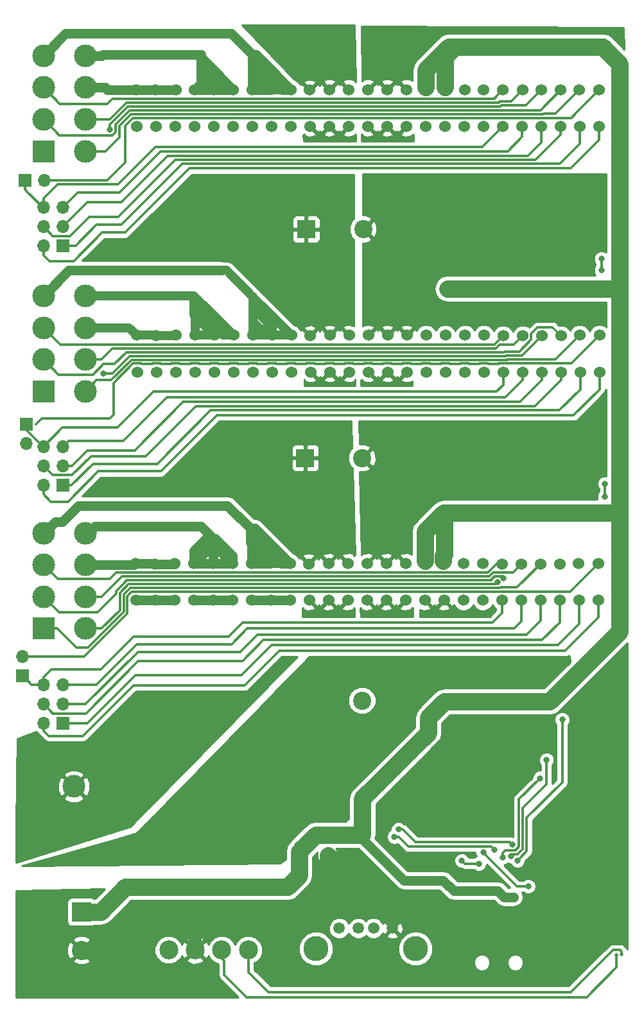
<source format=gbr>
G04 #@! TF.FileFunction,Copper,L2,Bot,Signal*
%FSLAX46Y46*%
G04 Gerber Fmt 4.6, Leading zero omitted, Abs format (unit mm)*
G04 Created by KiCad (PCBNEW 4.0.4-stable) date 05/10/17 13:02:38*
%MOMM*%
%LPD*%
G01*
G04 APERTURE LIST*
%ADD10C,0.100000*%
%ADD11C,1.524000*%
%ADD12R,2.400000X2.400000*%
%ADD13C,2.400000*%
%ADD14C,2.500000*%
%ADD15R,2.540000X2.540000*%
%ADD16C,2.540000*%
%ADD17C,1.508000*%
%ADD18C,3.302000*%
%ADD19R,1.600000X1.600000*%
%ADD20C,1.600000*%
%ADD21R,1.700000X1.700000*%
%ADD22O,1.700000X1.700000*%
%ADD23C,3.000000*%
%ADD24R,3.000000X3.000000*%
%ADD25C,0.800000*%
%ADD26C,0.508000*%
%ADD27C,0.304800*%
%ADD28C,2.300000*%
%ADD29C,1.710000*%
%ADD30C,1.270000*%
%ADD31C,0.635000*%
%ADD32C,0.406400*%
%ADD33C,7.000000*%
%ADD34C,0.305000*%
%ADD35C,0.303200*%
%ADD36C,0.350000*%
%ADD37C,0.203200*%
%ADD38C,0.254000*%
%ADD39C,1.207000*%
G04 APERTURE END LIST*
D10*
D11*
X44680000Y-91350000D03*
X47220000Y-91350000D03*
X49760000Y-91350000D03*
X52300000Y-91350000D03*
X54840000Y-91350000D03*
X57380000Y-91350000D03*
X59920000Y-91350000D03*
X62460000Y-91350000D03*
X65000000Y-91350000D03*
X67540000Y-91350000D03*
X70080000Y-91350000D03*
X72620000Y-91350000D03*
X75160000Y-91350000D03*
X77700000Y-91350000D03*
X80240000Y-91350000D03*
X82780000Y-91350000D03*
X85320000Y-91350000D03*
X87860000Y-91350000D03*
X90400000Y-91350000D03*
X92940000Y-91350000D03*
X95480000Y-91350000D03*
X98020000Y-91350000D03*
X100560000Y-91350000D03*
X103100000Y-91350000D03*
X105640000Y-86500000D03*
X103036500Y-86500000D03*
X100560000Y-86563500D03*
X98020000Y-86563500D03*
X95543500Y-86563500D03*
X92940000Y-86563500D03*
X90400000Y-86500000D03*
X87923500Y-86500000D03*
X85320000Y-86500000D03*
X82780000Y-86500000D03*
X80240000Y-86500000D03*
X77700000Y-86500000D03*
X75160000Y-86500000D03*
X72620000Y-86500000D03*
X70080000Y-86500000D03*
X67476500Y-86563500D03*
X65000000Y-86500000D03*
X62460000Y-86436500D03*
X59920000Y-86500000D03*
X57380000Y-86500000D03*
X54840000Y-86500000D03*
X52300000Y-86500000D03*
X49823500Y-86500000D03*
X47156500Y-86563500D03*
X44616500Y-86500000D03*
X44680000Y-91350000D03*
X105640000Y-91350000D03*
X44840000Y-61250000D03*
X47380000Y-61250000D03*
X49920000Y-61250000D03*
X52460000Y-61250000D03*
X55000000Y-61250000D03*
X57540000Y-61250000D03*
X60080000Y-61250000D03*
X62620000Y-61250000D03*
X65160000Y-61250000D03*
X67700000Y-61250000D03*
X70240000Y-61250000D03*
X72780000Y-61250000D03*
X75320000Y-61250000D03*
X77860000Y-61250000D03*
X80400000Y-61250000D03*
X82940000Y-61250000D03*
X85480000Y-61250000D03*
X88020000Y-61250000D03*
X90560000Y-61250000D03*
X93100000Y-61250000D03*
X95640000Y-61250000D03*
X98180000Y-61250000D03*
X100720000Y-61250000D03*
X103260000Y-61250000D03*
X105800000Y-56400000D03*
X103196500Y-56400000D03*
X100720000Y-56463500D03*
X98180000Y-56463500D03*
X95703500Y-56463500D03*
X93100000Y-56463500D03*
X90560000Y-56400000D03*
X88083500Y-56400000D03*
X85480000Y-56400000D03*
X82940000Y-56400000D03*
X80400000Y-56400000D03*
X77860000Y-56400000D03*
X75320000Y-56400000D03*
X72780000Y-56400000D03*
X70240000Y-56400000D03*
X67636500Y-56463500D03*
X65160000Y-56400000D03*
X62620000Y-56336500D03*
X60080000Y-56400000D03*
X57540000Y-56400000D03*
X55000000Y-56400000D03*
X52460000Y-56400000D03*
X49983500Y-56400000D03*
X47316500Y-56463500D03*
X44776500Y-56400000D03*
X44840000Y-61250000D03*
X105800000Y-61250000D03*
X44800000Y-28850000D03*
X47340000Y-28850000D03*
X49880000Y-28850000D03*
X52420000Y-28850000D03*
X54960000Y-28850000D03*
X57500000Y-28850000D03*
X60040000Y-28850000D03*
X62580000Y-28850000D03*
X65120000Y-28850000D03*
X67660000Y-28850000D03*
X70200000Y-28850000D03*
X72740000Y-28850000D03*
X75280000Y-28850000D03*
X77820000Y-28850000D03*
X80360000Y-28850000D03*
X82900000Y-28850000D03*
X85440000Y-28850000D03*
X87980000Y-28850000D03*
X90520000Y-28850000D03*
X93060000Y-28850000D03*
X95600000Y-28850000D03*
X98140000Y-28850000D03*
X100680000Y-28850000D03*
X103220000Y-28850000D03*
X105760000Y-24000000D03*
X103156500Y-24000000D03*
X100680000Y-24063500D03*
X98140000Y-24063500D03*
X95663500Y-24063500D03*
X93060000Y-24063500D03*
X90520000Y-24000000D03*
X88043500Y-24000000D03*
X85440000Y-24000000D03*
X82900000Y-24000000D03*
X80360000Y-24000000D03*
X77820000Y-24000000D03*
X75280000Y-24000000D03*
X72740000Y-24000000D03*
X70200000Y-24000000D03*
X67596500Y-24063500D03*
X65120000Y-24000000D03*
X62580000Y-23936500D03*
X60040000Y-24000000D03*
X57500000Y-24000000D03*
X54960000Y-24000000D03*
X52420000Y-24000000D03*
X49943500Y-24000000D03*
X47276500Y-24063500D03*
X44736500Y-24000000D03*
X44800000Y-28850000D03*
X105760000Y-28850000D03*
D12*
X67000000Y-104600000D03*
D13*
X74500000Y-104600000D03*
D12*
X67140000Y-42410000D03*
D13*
X74640000Y-42410000D03*
D12*
X67000000Y-72600000D03*
D13*
X74500000Y-72600000D03*
D14*
X49000000Y-137500000D03*
X52500000Y-137500000D03*
X56000000Y-137500000D03*
X59500000Y-137500000D03*
D15*
X37500000Y-132460000D03*
D16*
X37500000Y-137540000D03*
D17*
X71499900Y-134629900D03*
X74000000Y-134629900D03*
X76000000Y-134629900D03*
X78500100Y-134629900D03*
D18*
X68429900Y-137339900D03*
X81570100Y-137339900D03*
D19*
X66200000Y-125000000D03*
D20*
X70000000Y-125000000D03*
D21*
X35040000Y-44640000D03*
D22*
X32500000Y-44640000D03*
X35040000Y-42100000D03*
X32500000Y-42100000D03*
X35040000Y-39560000D03*
X32500000Y-39560000D03*
D21*
X35040000Y-76180000D03*
D22*
X32500000Y-76180000D03*
X35040000Y-73640000D03*
X32500000Y-73640000D03*
X35040000Y-71100000D03*
X32500000Y-71100000D03*
D21*
X35040000Y-107580000D03*
D22*
X32500000Y-107580000D03*
X35040000Y-105040000D03*
X32500000Y-105040000D03*
X35040000Y-102500000D03*
X32500000Y-102500000D03*
D23*
X36500000Y-115930000D03*
X49000000Y-123430000D03*
D24*
X32500000Y-32131000D03*
D23*
X32500000Y-27931000D03*
X32500000Y-23731000D03*
X32500000Y-19531000D03*
X38000000Y-32131000D03*
X38000000Y-27931000D03*
X38000000Y-23731000D03*
X38000000Y-19531000D03*
D24*
X32500000Y-63800000D03*
D23*
X32500000Y-59600000D03*
X32500000Y-55400000D03*
X32500000Y-51200000D03*
X38000000Y-63800000D03*
X38000000Y-59600000D03*
X38000000Y-55400000D03*
X38000000Y-51200000D03*
D24*
X32500000Y-95100000D03*
D23*
X32500000Y-90900000D03*
X32500000Y-86700000D03*
X32500000Y-82500000D03*
X38000000Y-95100000D03*
X38000000Y-90900000D03*
X38000000Y-86700000D03*
X38000000Y-82500000D03*
D21*
X30060000Y-35980000D03*
D22*
X32600000Y-35980000D03*
D21*
X30250000Y-68100000D03*
D22*
X30250000Y-70640000D03*
D21*
X29700000Y-101330000D03*
D22*
X29700000Y-98790000D03*
D25*
X90476040Y-124627221D03*
X96400000Y-129100000D03*
X98503435Y-122867902D03*
X100900000Y-135600000D03*
X94500000Y-130500000D03*
X86600000Y-129700000D03*
X93059826Y-125254945D03*
X97955995Y-114841312D03*
X78764149Y-122567004D03*
X91914736Y-124262410D03*
X94151612Y-125143210D03*
X98823153Y-112447590D03*
X94999816Y-125672903D03*
X100900000Y-107100000D03*
X87641977Y-125706882D03*
X89905849Y-126102413D03*
X79301841Y-121604818D03*
X94350000Y-123600000D03*
X41235636Y-29256792D03*
D26*
X108744286Y-138077126D03*
X108037838Y-138134021D03*
D25*
X106526688Y-75997625D03*
X106076337Y-47852139D03*
X106076337Y-46312684D03*
X106500000Y-77684750D03*
X40433727Y-61435726D03*
X93179572Y-88430511D03*
X92342896Y-88978231D03*
D27*
X94948819Y-129100000D02*
X90876039Y-125027220D01*
X96400000Y-129100000D02*
X94948819Y-129100000D01*
X90876039Y-125027220D02*
X90476040Y-124627221D01*
D28*
X43236051Y-133600000D02*
X52470000Y-133600000D01*
D29*
X52500000Y-137500000D02*
X52500000Y-135732234D01*
D28*
X52470000Y-133600000D02*
X59500000Y-133600000D01*
D30*
X52500000Y-135732234D02*
X52470000Y-135702234D01*
D29*
X52470000Y-135702234D02*
X52470000Y-133600000D01*
D28*
X70000000Y-128900000D02*
X70000000Y-125000000D01*
X65300000Y-133600000D02*
X70000000Y-128900000D01*
X59500000Y-133600000D02*
X65300000Y-133600000D01*
X39296051Y-137540000D02*
X43236051Y-133600000D01*
X37500000Y-137540000D02*
X39296051Y-137540000D01*
D27*
X98503435Y-123433587D02*
X98503435Y-122867902D01*
X98503435Y-134196565D02*
X98503435Y-123433587D01*
X98500000Y-134200000D02*
X98503435Y-134196565D01*
D31*
X94800000Y-134200000D02*
X98500000Y-134200000D01*
X98500000Y-134200000D02*
X99500000Y-134200000D01*
X99500000Y-134200000D02*
X100900000Y-135600000D01*
X92000000Y-131400000D02*
X94800000Y-134200000D01*
X85900000Y-131400000D02*
X92000000Y-131400000D01*
X84900100Y-130400100D02*
X85900000Y-131400000D01*
X78500100Y-130400100D02*
X84900100Y-130400100D01*
D30*
X78500100Y-130400100D02*
X73100000Y-125000000D01*
X73100000Y-125000000D02*
X70000000Y-125000000D01*
X78500100Y-134629900D02*
X78500100Y-130400100D01*
D28*
X85206112Y-85443056D02*
X85206112Y-86208334D01*
X82780000Y-85000000D02*
X82780000Y-86208334D01*
X85320000Y-85000000D02*
X85320000Y-85329168D01*
X85320000Y-85329168D02*
X85206112Y-85443056D01*
X85440000Y-22500000D02*
X85440000Y-23709138D01*
X82900000Y-21422370D02*
X82900000Y-23709138D01*
X74550000Y-122300000D02*
X74550000Y-117521968D01*
X74550000Y-117521968D02*
X83250000Y-108821968D01*
X83250000Y-108821968D02*
X83250000Y-106869080D01*
X99240049Y-104745247D02*
X108500000Y-95485296D01*
X83250000Y-106869080D02*
X85373833Y-104745247D01*
X108500000Y-95485296D02*
X108500000Y-80000000D01*
X85373833Y-104745247D02*
X99240049Y-104745247D01*
X108500000Y-81250000D02*
X108500000Y-50250000D01*
X108500000Y-80000000D02*
X108500000Y-81250000D01*
X85250000Y-79850000D02*
X108350000Y-79850000D01*
X108350000Y-79850000D02*
X108500000Y-80000000D01*
X85320000Y-85000000D02*
X85320000Y-79920000D01*
X85320000Y-79920000D02*
X85250000Y-79850000D01*
X85250000Y-79850000D02*
X82780000Y-82320000D01*
X82780000Y-82320000D02*
X82780000Y-85000000D01*
X85775659Y-50250000D02*
X108500000Y-50250000D01*
X108500000Y-50250000D02*
X108500000Y-20600000D01*
X82900000Y-22500000D02*
X82900000Y-21422370D01*
X82900000Y-21422370D02*
X85972370Y-18350000D01*
X85972370Y-18350000D02*
X86750000Y-18350000D01*
X108500000Y-20600000D02*
X106250000Y-18350000D01*
X106250000Y-18350000D02*
X86750000Y-18350000D01*
X86750000Y-18350000D02*
X85440000Y-19660000D01*
X85440000Y-19660000D02*
X85440000Y-22500000D01*
X37500000Y-132460000D02*
X40040000Y-132460000D01*
X64700000Y-129200000D02*
X43300000Y-129200000D01*
X43300000Y-129200000D02*
X40040000Y-132460000D01*
X66200000Y-127700000D02*
X64700000Y-129200000D01*
X66200000Y-125000000D02*
X66200000Y-127700000D01*
X66200000Y-125000000D02*
X66200000Y-124510536D01*
D30*
X66200000Y-124510536D02*
X66500000Y-124210536D01*
D28*
X68410536Y-122300000D02*
X66500000Y-124210536D01*
X74550000Y-122300000D02*
X68410536Y-122300000D01*
D30*
X74000000Y-122300000D02*
X74550000Y-122300000D01*
X68410536Y-122300000D02*
X74000000Y-122300000D01*
X74000000Y-122300000D02*
X80000000Y-128300000D01*
X80000000Y-128300000D02*
X85200000Y-128300000D01*
X85200000Y-128300000D02*
X86600000Y-129700000D01*
X92400000Y-129700000D02*
X93200000Y-130500000D01*
X93200000Y-130500000D02*
X94500000Y-130500000D01*
X86600000Y-129700000D02*
X92400000Y-129700000D01*
D32*
X86600000Y-129700000D02*
X91605800Y-129700000D01*
X91605800Y-129700000D02*
X92000000Y-129305800D01*
D33*
X49000000Y-122600000D02*
X67000000Y-104600000D01*
D27*
X93396685Y-124352401D02*
X93059826Y-124689260D01*
X95177016Y-123886538D02*
X94711153Y-124352401D01*
X94711153Y-124352401D02*
X93396685Y-124352401D01*
X97955995Y-114841312D02*
X95177016Y-117620291D01*
X95177016Y-117620291D02*
X95177016Y-123886538D01*
X93059826Y-124689260D02*
X93059826Y-125254945D01*
X91914736Y-124262410D02*
X91507408Y-123855082D01*
X91507408Y-123855082D02*
X80617912Y-123855082D01*
X80617912Y-123855082D02*
X79329834Y-122567004D01*
X79329834Y-122567004D02*
X78764149Y-122567004D01*
X98823153Y-112447590D02*
X98823153Y-115652547D01*
X98823153Y-115652547D02*
X95707212Y-118768488D01*
X95707212Y-118768488D02*
X95707212Y-124170252D01*
X94399211Y-124895611D02*
X94151612Y-125143210D01*
X95707212Y-124170252D02*
X94981853Y-124895611D01*
X94981853Y-124895611D02*
X94399211Y-124895611D01*
X100900000Y-107100000D02*
X100900000Y-115388646D01*
X100900000Y-115388646D02*
X96212023Y-120076623D01*
X96212023Y-120076623D02*
X96212023Y-124460696D01*
X95399815Y-125272904D02*
X94999816Y-125672903D01*
X96212023Y-124460696D02*
X95399815Y-125272904D01*
X88037508Y-126102413D02*
X87641977Y-125706882D01*
X89905849Y-126102413D02*
X88037508Y-126102413D01*
X94350000Y-123600000D02*
X94002344Y-123252344D01*
X81515052Y-123252344D02*
X79867526Y-121604818D01*
X94002344Y-123252344D02*
X81515052Y-123252344D01*
X79867526Y-121604818D02*
X79301841Y-121604818D01*
D34*
X92876037Y-26065011D02*
X92720079Y-26220969D01*
X96138489Y-26065011D02*
X92876037Y-26065011D01*
X98140000Y-24063500D02*
X96138489Y-26065011D01*
D27*
X92719742Y-26221168D02*
X92720079Y-26220969D01*
X92720079Y-26220969D02*
X43637788Y-26221168D01*
X41235636Y-28691107D02*
X41235636Y-29256792D01*
X43637788Y-26221168D02*
X41235636Y-28623320D01*
X41235636Y-28623320D02*
X41235636Y-28691107D01*
D34*
X93048314Y-26725878D02*
X92929082Y-26725878D01*
X98017622Y-26725878D02*
X93048314Y-26725878D01*
X100680000Y-24063500D02*
X98017622Y-26725878D01*
D27*
X92928842Y-26725978D02*
X92929082Y-26725878D01*
X92929082Y-26725878D02*
X43846888Y-26725978D01*
X33999999Y-29430999D02*
X32500000Y-27931000D01*
X41590798Y-30009202D02*
X34578202Y-30009202D01*
X41990379Y-29609621D02*
X41590798Y-30009202D01*
X34578202Y-30009202D02*
X33999999Y-29430999D01*
X41990379Y-28582487D02*
X41990379Y-29609621D01*
X43846888Y-26725978D02*
X41990379Y-28582487D01*
D35*
X90411952Y-25211548D02*
X91911952Y-25211548D01*
X91911952Y-25211548D02*
X92298001Y-24825499D01*
D34*
X93060000Y-24063500D02*
X92298001Y-24825499D01*
D27*
X43206322Y-25224814D02*
X43219588Y-25211548D01*
X41555636Y-25224814D02*
X43206322Y-25224814D01*
X34619000Y-25850000D02*
X40930450Y-25850000D01*
X32500000Y-23731000D02*
X34619000Y-25850000D01*
X40930450Y-25850000D02*
X41555636Y-25224814D01*
X43219588Y-25211548D02*
X90411952Y-25211548D01*
D30*
X60040000Y-21396500D02*
X61130000Y-22486500D01*
X61130000Y-22486500D02*
X62580000Y-23936500D01*
X60040000Y-24000000D02*
X61130000Y-22910000D01*
X61130000Y-22910000D02*
X61130000Y-22486500D01*
X60040000Y-19390000D02*
X60040000Y-20620000D01*
X60040000Y-20620000D02*
X60040000Y-21396500D01*
X65120000Y-24000000D02*
X64042370Y-24000000D01*
X64042370Y-24000000D02*
X60662370Y-20620000D01*
X60662370Y-20620000D02*
X60040000Y-20620000D01*
X62580000Y-23936500D02*
X65056500Y-23936500D01*
X65056500Y-23936500D02*
X65120000Y-24000000D01*
X60040000Y-24000000D02*
X62516500Y-24000000D01*
X62516500Y-24000000D02*
X62580000Y-23936500D01*
X60040000Y-19390000D02*
X60040000Y-24000000D01*
X60040000Y-19390000D02*
X60510000Y-19390000D01*
X60510000Y-19390000D02*
X65120000Y-24000000D01*
X60040000Y-19390000D02*
X57250000Y-16600000D01*
X57250000Y-16600000D02*
X35431000Y-16600000D01*
X35431000Y-16600000D02*
X32500000Y-19531000D01*
D34*
X99967831Y-27188669D02*
X98467831Y-27188669D01*
X98467831Y-27188669D02*
X98425712Y-27230788D01*
X103156500Y-24000000D02*
X99967831Y-27188669D01*
D27*
X38000000Y-32131000D02*
X40652962Y-32131000D01*
X40652962Y-32131000D02*
X42495190Y-30288772D01*
X42495190Y-30288772D02*
X42495190Y-28791586D01*
X42495190Y-28791586D02*
X44055988Y-27230788D01*
X44055988Y-27230788D02*
X98425712Y-27230788D01*
D34*
X95663500Y-24063500D02*
X94166999Y-25560001D01*
D27*
X92510643Y-25716357D02*
X92510796Y-25716061D01*
X92510796Y-25716061D02*
X43428688Y-25716358D01*
D34*
X94166999Y-25560001D02*
X92666856Y-25560001D01*
X92666856Y-25560001D02*
X92510796Y-25716061D01*
D27*
X41214046Y-27931000D02*
X40121320Y-27931000D01*
X40121320Y-27931000D02*
X38000000Y-27931000D01*
X43428688Y-25716358D02*
X41214046Y-27931000D01*
D30*
X47276500Y-24063500D02*
X49880000Y-24063500D01*
X49880000Y-24063500D02*
X49943500Y-24000000D01*
X44736500Y-24000000D02*
X47213000Y-24000000D01*
X47213000Y-24000000D02*
X47276500Y-24063500D01*
X40619000Y-23731000D02*
X40888000Y-24000000D01*
X40888000Y-24000000D02*
X44736500Y-24000000D01*
X40619000Y-23731000D02*
X38000000Y-23731000D01*
X57500000Y-24000000D02*
X53250000Y-19750000D01*
X53250000Y-19750000D02*
X53250000Y-19350000D01*
X56010000Y-24000000D02*
X54740000Y-22730000D01*
X57500000Y-24000000D02*
X56010000Y-24000000D01*
X54960000Y-24000000D02*
X57500000Y-24000000D01*
X52420000Y-24000000D02*
X54960000Y-24000000D01*
X53250000Y-21790000D02*
X55290000Y-21790000D01*
X55290000Y-21790000D02*
X57500000Y-24000000D01*
X53250000Y-21790000D02*
X53250000Y-23170000D01*
X53250000Y-19350000D02*
X53250000Y-21790000D01*
X53250000Y-21790000D02*
X53250000Y-22290000D01*
X53250000Y-22290000D02*
X54960000Y-24000000D01*
X53250000Y-23170000D02*
X52420000Y-24000000D01*
X53250000Y-19350000D02*
X53250000Y-20790000D01*
X40302320Y-19350000D02*
X53250000Y-19350000D01*
X38000000Y-19531000D02*
X40121320Y-19531000D01*
X40121320Y-19531000D02*
X40302320Y-19350000D01*
D36*
X108744286Y-138077126D02*
X108744286Y-137717916D01*
X108744286Y-137717916D02*
X108531391Y-137505021D01*
X108531391Y-137505021D02*
X107579231Y-137505021D01*
X102024252Y-143060000D02*
X62122701Y-143060000D01*
X62122701Y-143060000D02*
X59500000Y-140437299D01*
X107579231Y-137505021D02*
X102024252Y-143060000D01*
X59500000Y-140437299D02*
X59500000Y-137500000D01*
D27*
X56330000Y-138891572D02*
X56330000Y-140790322D01*
X56330000Y-140790322D02*
X59305054Y-143765376D01*
X59305054Y-143765376D02*
X104105682Y-143765376D01*
X104105682Y-143765376D02*
X108070860Y-139800198D01*
X108070860Y-139800198D02*
X108037838Y-138134021D01*
D37*
X108070860Y-138032432D02*
X108070860Y-138100999D01*
X108070860Y-138100999D02*
X108037838Y-138134021D01*
D27*
X56004714Y-138566286D02*
X56330000Y-138891572D01*
D37*
X56000000Y-137500000D02*
X56000000Y-138561572D01*
X56000000Y-138561572D02*
X56330000Y-138891572D01*
D27*
X106500000Y-76024313D02*
X106526688Y-75997625D01*
X106500000Y-77684750D02*
X106500000Y-76024313D01*
X106076337Y-46312684D02*
X106076337Y-47852139D01*
X105760000Y-30590000D02*
X105760000Y-28850000D01*
X102019088Y-34330912D02*
X105760000Y-30590000D01*
X51769088Y-34330912D02*
X102019088Y-34330912D01*
X43250000Y-42850000D02*
X51769088Y-34330912D01*
X40250000Y-42850000D02*
X43250000Y-42850000D01*
X32500000Y-45842081D02*
X33257919Y-46600000D01*
X33257919Y-46600000D02*
X36500000Y-46600000D01*
X32500000Y-44640000D02*
X32500000Y-45842081D01*
X36500000Y-46600000D02*
X40250000Y-42850000D01*
X103220000Y-28850000D02*
X103220000Y-31135137D01*
X103220000Y-31135137D02*
X100575832Y-33779305D01*
X42750000Y-41850000D02*
X39500000Y-41850000D01*
X100575832Y-33779305D02*
X50820695Y-33779305D01*
X50820695Y-33779305D02*
X42750000Y-41850000D01*
X39500000Y-41850000D02*
X36710000Y-44640000D01*
X36710000Y-44640000D02*
X35040000Y-44640000D01*
X32500000Y-42100000D02*
X33702401Y-43302401D01*
X33702401Y-43302401D02*
X35952401Y-43302401D01*
X35952401Y-43302401D02*
X38500000Y-40754802D01*
X38500000Y-40754802D02*
X42345198Y-40754802D01*
X42345198Y-40754802D02*
X49837827Y-33262173D01*
X49837827Y-33262173D02*
X97345457Y-33262173D01*
X97345457Y-33262173D02*
X100680000Y-29927630D01*
X100680000Y-29927630D02*
X100680000Y-28850000D01*
X98140000Y-28850000D02*
X98140000Y-30960000D01*
X98140000Y-30960000D02*
X96389435Y-32710565D01*
X96389435Y-32710565D02*
X48889435Y-32710565D01*
X48889435Y-32710565D02*
X42750000Y-38850000D01*
X42750000Y-38850000D02*
X38290000Y-38850000D01*
X38290000Y-38850000D02*
X35040000Y-42100000D01*
X95600000Y-28850000D02*
X95600000Y-30250000D01*
X95600000Y-30250000D02*
X93691043Y-32158957D01*
X47941043Y-32158957D02*
X42500000Y-37600000D01*
X93691043Y-32158957D02*
X47941043Y-32158957D01*
X42500000Y-37600000D02*
X37000000Y-37600000D01*
X37000000Y-37600000D02*
X35040000Y-39560000D01*
D34*
X94750060Y-59066254D02*
X95577246Y-59066254D01*
X95577246Y-59066254D02*
X98180000Y-56463500D01*
D27*
X48340727Y-59133593D02*
X48333111Y-59125979D01*
X48333111Y-59125979D02*
X46426888Y-59125978D01*
X53420727Y-59133593D02*
X53413111Y-59125979D01*
X41577140Y-61435726D02*
X40999412Y-61435726D01*
X40999412Y-61435726D02*
X40433727Y-61435726D01*
X54039273Y-59133593D02*
X53420727Y-59133593D01*
X54046888Y-59125978D02*
X54039273Y-59133593D01*
X55953111Y-59125979D02*
X54046888Y-59125978D01*
X81360727Y-59133593D02*
X81353111Y-59125979D01*
X43886888Y-59125978D02*
X41577140Y-61435726D01*
X74366888Y-59125978D02*
X74359273Y-59133593D01*
X46419273Y-59133593D02*
X45800727Y-59133593D01*
X61040727Y-59133593D02*
X61033111Y-59125979D01*
X61666888Y-59125978D02*
X61659273Y-59133593D01*
X63573111Y-59125979D02*
X61666888Y-59125978D01*
X46426888Y-59125978D02*
X46419273Y-59133593D01*
X81979273Y-59133593D02*
X81360727Y-59133593D01*
X83900727Y-59133593D02*
X83893111Y-59125979D01*
X45800727Y-59133593D02*
X45793111Y-59125979D01*
X45793111Y-59125979D02*
X43886888Y-59125978D01*
X61033111Y-59125979D02*
X59126888Y-59125978D01*
X48959273Y-59133593D02*
X48340727Y-59133593D01*
X86440727Y-59133593D02*
X86433111Y-59125979D01*
X86433111Y-59125979D02*
X84526888Y-59125978D01*
X48966888Y-59125978D02*
X48959273Y-59133593D01*
X50880727Y-59133593D02*
X50873111Y-59125979D01*
X50873111Y-59125979D02*
X48966888Y-59125978D01*
X51506888Y-59125978D02*
X51499273Y-59133593D01*
X51499273Y-59133593D02*
X50880727Y-59133593D01*
X56586888Y-59125978D02*
X56579273Y-59133593D01*
X58493111Y-59125979D02*
X56586888Y-59125978D01*
X58500727Y-59133593D02*
X58493111Y-59125979D01*
X92139273Y-59133593D02*
X91520727Y-59133593D01*
X92146889Y-59125977D02*
X92139273Y-59133593D01*
X59119273Y-59133593D02*
X58500727Y-59133593D01*
X59126888Y-59125978D02*
X59119273Y-59133593D01*
X76899273Y-59133593D02*
X76280727Y-59133593D01*
X61659273Y-59133593D02*
X61040727Y-59133593D01*
X63580727Y-59133593D02*
X63573111Y-59125979D01*
X64199273Y-59133593D02*
X63580727Y-59133593D01*
X64206888Y-59125978D02*
X64199273Y-59133593D01*
X76280727Y-59133593D02*
X76273111Y-59125979D01*
X76273111Y-59125979D02*
X74366888Y-59125978D01*
X66120727Y-59133593D02*
X66113111Y-59125979D01*
X66739273Y-59133593D02*
X66120727Y-59133593D01*
X73733111Y-59125979D02*
X71826888Y-59125978D01*
X73740727Y-59133593D02*
X73733111Y-59125979D01*
X74359273Y-59133593D02*
X73740727Y-59133593D01*
X66746888Y-59125978D02*
X66739273Y-59133593D01*
X68653111Y-59125979D02*
X66746888Y-59125978D01*
X68660727Y-59133593D02*
X68653111Y-59125979D01*
X91513111Y-59125979D02*
X89606888Y-59125978D01*
X89606888Y-59125978D02*
X89599273Y-59133593D01*
X89599273Y-59133593D02*
X88980727Y-59133593D01*
X69286888Y-59125978D02*
X69279273Y-59133593D01*
X69279273Y-59133593D02*
X68660727Y-59133593D01*
X71193111Y-59125979D02*
X69286888Y-59125978D01*
X71826888Y-59125978D02*
X71819273Y-59133593D01*
X78820727Y-59133593D02*
X78813111Y-59125979D01*
X78813111Y-59125979D02*
X76906888Y-59125978D01*
X76906888Y-59125978D02*
X76899273Y-59133593D01*
X79439273Y-59133593D02*
X78820727Y-59133593D01*
X79446888Y-59125978D02*
X79439273Y-59133593D01*
X81353111Y-59125979D02*
X79446888Y-59125978D01*
X88973111Y-59125979D02*
X87066888Y-59125978D01*
X87066888Y-59125978D02*
X87059273Y-59133593D01*
X87059273Y-59133593D02*
X86440727Y-59133593D01*
X88980727Y-59133593D02*
X88973111Y-59125979D01*
X66113111Y-59125979D02*
X64206888Y-59125978D01*
X91520727Y-59133593D02*
X91513111Y-59125979D01*
X93437933Y-59125977D02*
X92146889Y-59125977D01*
X93497656Y-59066254D02*
X93437933Y-59125977D01*
X94750060Y-59066254D02*
X93497656Y-59066254D01*
X81986888Y-59125978D02*
X81979273Y-59133593D01*
X83893111Y-59125979D02*
X81986888Y-59125978D01*
X55960727Y-59133593D02*
X55953111Y-59125979D01*
X53413111Y-59125979D02*
X51506888Y-59125978D01*
X71819273Y-59133593D02*
X71200727Y-59133593D01*
X56579273Y-59133593D02*
X55960727Y-59133593D01*
X84526888Y-59125978D02*
X84519273Y-59133593D01*
X84519273Y-59133593D02*
X83900727Y-59133593D01*
X71200727Y-59133593D02*
X71193111Y-59125979D01*
D34*
X97645039Y-55348999D02*
X99605499Y-55348999D01*
D38*
X99605499Y-55348999D02*
X100720000Y-56463500D01*
D27*
X91937790Y-58621166D02*
X93228793Y-58621067D01*
D34*
X97645039Y-55348999D02*
X96818001Y-56176037D01*
D27*
X93228793Y-58621067D02*
X93228834Y-58621166D01*
D34*
X96818001Y-56176037D02*
X96818001Y-56998461D01*
X96818001Y-56998461D02*
X95255218Y-58561244D01*
X95255218Y-58561244D02*
X94540879Y-58561244D01*
X94540879Y-58561244D02*
X94540779Y-58561344D01*
X94540779Y-58561344D02*
X93288516Y-58561344D01*
X93288516Y-58561344D02*
X93228793Y-58621067D01*
D27*
X32500000Y-59600000D02*
X34500000Y-61600000D01*
X86850174Y-58628782D02*
X86857788Y-58621168D01*
X56169822Y-58628782D02*
X56370174Y-58628782D01*
X79237788Y-58621168D02*
X81562209Y-58621169D01*
X76489822Y-58628782D02*
X76690174Y-58628782D01*
X76690174Y-58628782D02*
X76697788Y-58621168D01*
X71402209Y-58621169D02*
X71409822Y-58628782D01*
X84109822Y-58628782D02*
X84310174Y-58628782D01*
X63997788Y-58621168D02*
X66322209Y-58621169D01*
X48549822Y-58628782D02*
X48750174Y-58628782D01*
X66537788Y-58621168D02*
X68862209Y-58621169D01*
X68862209Y-58621169D02*
X68869822Y-58628782D01*
X34500000Y-61600000D02*
X39000000Y-61600000D01*
X39000000Y-61600000D02*
X40422434Y-60177566D01*
X40422434Y-60177566D02*
X41850460Y-60177566D01*
X41850460Y-60177566D02*
X43399245Y-58628782D01*
X43399245Y-58628782D02*
X43670174Y-58628782D01*
X43670174Y-58628782D02*
X43677788Y-58621168D01*
X43677788Y-58621168D02*
X46002209Y-58621169D01*
X46002209Y-58621169D02*
X46009822Y-58628782D01*
X46009822Y-58628782D02*
X46210174Y-58628782D01*
X46210174Y-58628782D02*
X46217788Y-58621168D01*
X46217788Y-58621168D02*
X48542209Y-58621169D01*
X48542209Y-58621169D02*
X48549822Y-58628782D01*
X48750174Y-58628782D02*
X48757788Y-58621168D01*
X48757788Y-58621168D02*
X51082209Y-58621169D01*
X51082209Y-58621169D02*
X51089822Y-58628782D01*
X51089822Y-58628782D02*
X51290174Y-58628782D01*
X51290174Y-58628782D02*
X51297788Y-58621168D01*
X51297788Y-58621168D02*
X53622209Y-58621169D01*
X53622209Y-58621169D02*
X53629822Y-58628782D01*
X53629822Y-58628782D02*
X53830174Y-58628782D01*
X53830174Y-58628782D02*
X53837788Y-58621168D01*
X53837788Y-58621168D02*
X56162209Y-58621169D01*
X56162209Y-58621169D02*
X56169822Y-58628782D01*
X56370174Y-58628782D02*
X56377788Y-58621168D01*
X56377788Y-58621168D02*
X58702209Y-58621169D01*
X58702209Y-58621169D02*
X58709822Y-58628782D01*
X81562209Y-58621169D02*
X81569822Y-58628782D01*
X58709822Y-58628782D02*
X58910174Y-58628782D01*
X58910174Y-58628782D02*
X58917788Y-58621168D01*
X58917788Y-58621168D02*
X61242209Y-58621169D01*
X61242209Y-58621169D02*
X61249822Y-58628782D01*
X61249822Y-58628782D02*
X61450174Y-58628782D01*
X61450174Y-58628782D02*
X61457788Y-58621168D01*
X61457788Y-58621168D02*
X63782209Y-58621169D01*
X63782209Y-58621169D02*
X63789822Y-58628782D01*
X63789822Y-58628782D02*
X63990174Y-58628782D01*
X63990174Y-58628782D02*
X63997788Y-58621168D01*
X66322209Y-58621169D02*
X66329822Y-58628782D01*
X66329822Y-58628782D02*
X66530174Y-58628782D01*
X66530174Y-58628782D02*
X66537788Y-58621168D01*
X68869822Y-58628782D02*
X69070174Y-58628782D01*
X69070174Y-58628782D02*
X69077788Y-58621168D01*
X69077788Y-58621168D02*
X71402209Y-58621169D01*
X71409822Y-58628782D02*
X71610174Y-58628782D01*
X71610174Y-58628782D02*
X71617788Y-58621168D01*
X71617788Y-58621168D02*
X73942209Y-58621169D01*
X73942209Y-58621169D02*
X73949822Y-58628782D01*
X73949822Y-58628782D02*
X74150174Y-58628782D01*
X74150174Y-58628782D02*
X74157788Y-58621168D01*
X74157788Y-58621168D02*
X76482209Y-58621169D01*
X76482209Y-58621169D02*
X76489822Y-58628782D01*
X76697788Y-58621168D02*
X79022209Y-58621169D01*
X79022209Y-58621169D02*
X79029822Y-58628782D01*
X79029822Y-58628782D02*
X79230174Y-58628782D01*
X79230174Y-58628782D02*
X79237788Y-58621168D01*
X81569822Y-58628782D02*
X81770174Y-58628782D01*
X81770174Y-58628782D02*
X81777788Y-58621168D01*
X81777788Y-58621168D02*
X84102209Y-58621169D01*
X84102209Y-58621169D02*
X84109822Y-58628782D01*
X84310174Y-58628782D02*
X84317788Y-58621168D01*
X84317788Y-58621168D02*
X86642209Y-58621169D01*
X86642209Y-58621169D02*
X86649822Y-58628782D01*
X86649822Y-58628782D02*
X86850174Y-58628782D01*
X86857788Y-58621168D02*
X89182209Y-58621169D01*
X89182209Y-58621169D02*
X89189822Y-58628782D01*
X89189822Y-58628782D02*
X89390174Y-58628782D01*
X89390174Y-58628782D02*
X89397788Y-58621168D01*
X89397788Y-58621168D02*
X91722209Y-58621169D01*
X91722209Y-58621169D02*
X91729822Y-58628782D01*
X91729822Y-58628782D02*
X91930174Y-58628782D01*
X91930174Y-58628782D02*
X91937790Y-58621166D01*
D34*
X39750000Y-57600000D02*
X91963500Y-57600000D01*
X91963500Y-57600000D02*
X93100000Y-56463500D01*
D27*
X39750000Y-57600000D02*
X34700000Y-57600000D01*
X34700000Y-57600000D02*
X32500000Y-55400000D01*
D39*
X60080000Y-56400000D02*
X60080000Y-54560000D01*
X60080000Y-54560000D02*
X60080000Y-51320000D01*
X62620000Y-56336500D02*
X61858001Y-55574501D01*
X61858001Y-55574501D02*
X61094501Y-55574501D01*
X61094501Y-55574501D02*
X60080000Y-54560000D01*
X62620000Y-56336500D02*
X60143500Y-56336500D01*
X60143500Y-56336500D02*
X60080000Y-56400000D01*
X65160000Y-56400000D02*
X62683500Y-56400000D01*
X62683500Y-56400000D02*
X62620000Y-56336500D01*
X60010000Y-51250000D02*
X60660000Y-51900000D01*
X60660000Y-51900000D02*
X65160000Y-56400000D01*
X62620000Y-56336500D02*
X62620000Y-55258870D01*
X62620000Y-55258870D02*
X60660000Y-53298870D01*
X60660000Y-53298870D02*
X60660000Y-51900000D01*
X56610000Y-47850000D02*
X60010000Y-51250000D01*
X60080000Y-51320000D02*
X60010000Y-51250000D01*
X56000000Y-47850000D02*
X56610000Y-47850000D01*
D30*
X35850000Y-47850000D02*
X56000000Y-47850000D01*
X32500000Y-51200000D02*
X35850000Y-47850000D01*
D34*
X99227625Y-59605189D02*
X99991311Y-59605189D01*
X99991311Y-59605189D02*
X103196500Y-56400000D01*
D27*
X64408372Y-59638404D02*
X64415988Y-59630788D01*
X38000000Y-63800000D02*
X39499999Y-62300001D01*
X39499999Y-62300001D02*
X41426775Y-62300001D01*
X89815988Y-59630788D02*
X91304013Y-59630789D01*
X92348372Y-59638404D02*
X92355988Y-59630788D01*
X73531627Y-59638403D02*
X74568372Y-59638404D01*
X73524013Y-59630789D02*
X73531627Y-59638403D01*
X72035988Y-59630788D02*
X73524013Y-59630789D01*
X72028372Y-59638404D02*
X72035988Y-59630788D01*
X89808372Y-59638404D02*
X89815988Y-59630788D01*
X65904013Y-59630789D02*
X65911627Y-59638403D01*
X64415988Y-59630788D02*
X65904013Y-59630789D01*
X61875988Y-59630788D02*
X63364013Y-59630789D01*
X93672631Y-59605189D02*
X99227625Y-59605189D01*
X93647032Y-59630788D02*
X93672631Y-59605189D01*
X83684013Y-59630789D02*
X83691627Y-59638403D01*
X82195988Y-59630788D02*
X83684013Y-59630789D01*
X82188372Y-59638404D02*
X82195988Y-59630788D01*
X92355988Y-59630788D02*
X93647032Y-59630788D01*
X91311627Y-59638403D02*
X92348372Y-59638404D01*
X81151627Y-59638403D02*
X82188372Y-59638404D01*
X81144013Y-59630789D02*
X81151627Y-59638403D01*
X91304013Y-59630789D02*
X91311627Y-59638403D01*
X88771627Y-59638403D02*
X89808372Y-59638404D01*
X87268372Y-59638404D02*
X87275988Y-59630788D01*
X86231627Y-59638403D02*
X87268372Y-59638404D01*
X86224013Y-59630789D02*
X86231627Y-59638403D01*
X88764013Y-59630789D02*
X88771627Y-59638403D01*
X87275988Y-59630788D02*
X88764013Y-59630789D01*
X84735988Y-59630788D02*
X86224013Y-59630789D01*
X84728372Y-59638404D02*
X84735988Y-59630788D01*
X79655988Y-59630788D02*
X81144013Y-59630789D01*
X79648372Y-59638404D02*
X79655988Y-59630788D01*
X78611627Y-59638403D02*
X79648372Y-59638404D01*
X78604013Y-59630789D02*
X78611627Y-59638403D01*
X77108372Y-59638404D02*
X77115988Y-59630788D01*
X76071627Y-59638403D02*
X77108372Y-59638404D01*
X76064013Y-59630789D02*
X76071627Y-59638403D01*
X74575988Y-59630788D02*
X76064013Y-59630789D01*
X74568372Y-59638404D02*
X74575988Y-59630788D01*
X70991627Y-59638403D02*
X72028372Y-59638404D01*
X70984013Y-59630789D02*
X70991627Y-59638403D01*
X69495988Y-59630788D02*
X70984013Y-59630789D01*
X69488372Y-59638404D02*
X69495988Y-59630788D01*
X68451627Y-59638403D02*
X69488372Y-59638404D01*
X68444013Y-59630789D02*
X68451627Y-59638403D01*
X66955988Y-59630788D02*
X68444013Y-59630789D01*
X66948372Y-59638404D02*
X66955988Y-59630788D01*
X65911627Y-59638403D02*
X66948372Y-59638404D01*
X63371627Y-59638403D02*
X64408372Y-59638404D01*
X63364013Y-59630789D02*
X63371627Y-59638403D01*
X60824013Y-59630789D02*
X60831627Y-59638403D01*
X60831627Y-59638403D02*
X61868372Y-59638404D01*
X61868372Y-59638404D02*
X61875988Y-59630788D01*
X59335988Y-59630788D02*
X60824013Y-59630789D01*
X56788372Y-59638404D02*
X56795988Y-59630788D01*
X56795988Y-59630788D02*
X58284013Y-59630789D01*
X58284013Y-59630789D02*
X58291627Y-59638403D01*
X58291627Y-59638403D02*
X59328372Y-59638404D01*
X59328372Y-59638404D02*
X59335988Y-59630788D01*
X54255988Y-59630788D02*
X55744013Y-59630789D01*
X55744013Y-59630789D02*
X55751627Y-59638403D01*
X55751627Y-59638403D02*
X56788372Y-59638404D01*
X54248372Y-59638404D02*
X54255988Y-59630788D01*
X53211627Y-59638403D02*
X54248372Y-59638404D01*
X53204013Y-59630789D02*
X53211627Y-59638403D01*
X51708372Y-59638404D02*
X51715988Y-59630788D01*
X51715988Y-59630788D02*
X53204013Y-59630789D01*
X50671627Y-59638403D02*
X51708372Y-59638404D01*
X49168372Y-59638404D02*
X49175988Y-59630788D01*
X49175988Y-59630788D02*
X50664013Y-59630789D01*
X50664013Y-59630789D02*
X50671627Y-59638403D01*
X48131627Y-59638403D02*
X49168372Y-59638404D01*
X48124013Y-59630789D02*
X48131627Y-59638403D01*
X46635988Y-59630788D02*
X48124013Y-59630789D01*
X45591627Y-59638403D02*
X46628372Y-59638404D01*
X46628372Y-59638404D02*
X46635988Y-59630788D01*
X44095988Y-59630788D02*
X45584013Y-59630789D01*
X45584013Y-59630789D02*
X45591627Y-59638403D01*
X41426775Y-62300001D02*
X44095988Y-59630788D01*
X77115988Y-59630788D02*
X78604013Y-59630789D01*
X83691627Y-59638403D02*
X84728372Y-59638404D01*
D34*
X41606310Y-58115010D02*
X40121320Y-59600000D01*
X92162682Y-58115010D02*
X41606310Y-58115010D01*
X94497818Y-57669182D02*
X92608510Y-57669182D01*
X92608510Y-57669182D02*
X92162682Y-58115010D01*
X95703500Y-56463500D02*
X94497818Y-57669182D01*
D27*
X38000000Y-59600000D02*
X40121320Y-59600000D01*
D39*
X47316500Y-56463500D02*
X49920000Y-56463500D01*
X49920000Y-56463500D02*
X49983500Y-56400000D01*
X44776500Y-56400000D02*
X47253000Y-56400000D01*
X47253000Y-56400000D02*
X47316500Y-56463500D01*
X38000000Y-55400000D02*
X43776500Y-55400000D01*
X43776500Y-55400000D02*
X44776500Y-56400000D01*
D30*
X38500000Y-54900000D02*
X38000000Y-55400000D01*
D39*
X55000000Y-56400000D02*
X52460000Y-56400000D01*
X52340000Y-51200000D02*
X52340000Y-52580000D01*
X52340000Y-52580000D02*
X56160000Y-56400000D01*
X56160000Y-56400000D02*
X57540000Y-56400000D01*
X52340000Y-51200000D02*
X52340000Y-53740000D01*
X52340000Y-53740000D02*
X55000000Y-56400000D01*
X52940000Y-51800000D02*
X57540000Y-56400000D01*
X52340000Y-51200000D02*
X52940000Y-51800000D01*
X52940000Y-51800000D02*
X52460000Y-52280000D01*
X52460000Y-52280000D02*
X52460000Y-56400000D01*
X38000000Y-51200000D02*
X52340000Y-51200000D01*
D27*
X32500000Y-76180000D02*
X32500000Y-77382081D01*
X32500000Y-77382081D02*
X33467919Y-78350000D01*
X33467919Y-78350000D02*
X35750000Y-78350000D01*
X102393684Y-66956316D02*
X105800000Y-63550000D01*
X35750000Y-78350000D02*
X39750000Y-74350000D01*
X39750000Y-74350000D02*
X48000000Y-74350000D01*
X48000000Y-74350000D02*
X55393684Y-66956316D01*
X55393684Y-66956316D02*
X102393684Y-66956316D01*
X105800000Y-63550000D02*
X105800000Y-61250000D01*
X35040000Y-76180000D02*
X36194800Y-76180000D01*
X36194800Y-76180000D02*
X39024800Y-73350000D01*
X39024800Y-73350000D02*
X47500000Y-73350000D01*
X47500000Y-73350000D02*
X54532235Y-66317765D01*
X54532235Y-66317765D02*
X100532235Y-66317765D01*
X100532235Y-66317765D02*
X103260000Y-63590000D01*
X103260000Y-63590000D02*
X103260000Y-61250000D01*
X100720000Y-61250000D02*
X100720000Y-62327630D01*
X33702401Y-74842401D02*
X32500000Y-73640000D01*
X100720000Y-62327630D02*
X97288597Y-65759033D01*
X97288597Y-65759033D02*
X52590967Y-65759033D01*
X52590967Y-65759033D02*
X46000000Y-72350000D01*
X46000000Y-72350000D02*
X38750000Y-72350000D01*
X38750000Y-72350000D02*
X36257599Y-74842401D01*
X36257599Y-74842401D02*
X33702401Y-74842401D01*
X98180000Y-61250000D02*
X98180000Y-62327630D01*
X95333935Y-65173695D02*
X50926305Y-65173695D01*
X98180000Y-62327630D02*
X95333935Y-65173695D01*
X44500000Y-71600000D02*
X38282081Y-71600000D01*
X50926305Y-65173695D02*
X44500000Y-71600000D01*
X38282081Y-71600000D02*
X36242081Y-73640000D01*
X36242081Y-73640000D02*
X35040000Y-73640000D01*
X95640000Y-61250000D02*
X95640000Y-62327630D01*
X95640000Y-62327630D02*
X93367630Y-64600000D01*
X93367630Y-64600000D02*
X48750000Y-64600000D01*
X48750000Y-64600000D02*
X43041082Y-70308918D01*
X35831082Y-70308918D02*
X35040000Y-71100000D01*
X43041082Y-70308918D02*
X35831082Y-70308918D01*
X34304800Y-95100000D02*
X32500000Y-95100000D01*
X43935899Y-89730588D02*
X43060588Y-90605899D01*
X36804800Y-97600000D02*
X34304800Y-95100000D01*
X38335228Y-97600000D02*
X36804800Y-97600000D01*
X43060588Y-90605899D02*
X43060588Y-92874642D01*
X91103404Y-89730588D02*
X43935899Y-89730588D01*
X92787380Y-89647301D02*
X92704049Y-89730632D01*
X91103448Y-89730632D02*
X91103404Y-89730588D01*
X92704049Y-89730632D02*
X91103448Y-89730632D01*
X93436199Y-89647301D02*
X92787380Y-89647301D01*
X43060588Y-92874642D02*
X38335228Y-97600000D01*
D34*
X93436199Y-89647301D02*
X93467209Y-89678311D01*
X93467209Y-89678311D02*
X94905189Y-89678311D01*
X94905189Y-89678311D02*
X98020000Y-86563500D01*
X43481470Y-88720866D02*
X91492244Y-88720865D01*
X92974736Y-88225675D02*
X93179572Y-88430511D01*
X43089588Y-89112748D02*
X43481470Y-88720866D01*
X91987433Y-88225675D02*
X92974736Y-88225675D01*
X91492244Y-88720865D02*
X91987433Y-88225675D01*
D27*
X32500000Y-90900000D02*
X34569772Y-92969772D01*
X42050966Y-90508178D02*
X42050967Y-90187700D01*
X34569772Y-92969772D02*
X39589372Y-92969772D01*
X39589372Y-92969772D02*
X42050966Y-90508178D01*
X42050967Y-90187700D02*
X43107754Y-89130913D01*
D34*
X44825540Y-87687511D02*
X44835050Y-87678001D01*
X42114325Y-87687511D02*
X44825540Y-87687511D01*
X41249335Y-88552501D02*
X42114325Y-87687511D01*
X34352501Y-88552501D02*
X41249335Y-88552501D01*
X44835050Y-87678001D02*
X59321539Y-87678001D01*
X32500000Y-86700000D02*
X34352501Y-88552501D01*
X59354382Y-87710844D02*
X65438618Y-87710844D01*
X59321539Y-87678001D02*
X59354382Y-87710844D01*
X65438618Y-87710844D02*
X91073878Y-87710844D01*
X91073878Y-87710844D02*
X92221222Y-86563500D01*
X92221222Y-86563500D02*
X92940000Y-86563500D01*
X65438618Y-87710844D02*
X65471461Y-87678001D01*
D30*
X65000000Y-91350000D02*
X62460000Y-91350000D01*
X59920000Y-91350000D02*
X62460000Y-91350000D01*
X60820000Y-83570000D02*
X60820000Y-85830000D01*
X60860000Y-83530000D02*
X60820000Y-83570000D01*
X63830000Y-86500000D02*
X60860000Y-83530000D01*
X65000000Y-86500000D02*
X63830000Y-86500000D01*
X62460000Y-86436500D02*
X64936500Y-86436500D01*
X64936500Y-86436500D02*
X65000000Y-86500000D01*
X59920000Y-86500000D02*
X62396500Y-86500000D01*
X62396500Y-86500000D02*
X62460000Y-86436500D01*
X59750000Y-81850000D02*
X59920000Y-82020000D01*
X59920000Y-82020000D02*
X59920000Y-86500000D01*
X59750000Y-81850000D02*
X60350000Y-81850000D01*
X60350000Y-81850000D02*
X65000000Y-86500000D01*
X59750000Y-81850000D02*
X59750000Y-83726500D01*
X59750000Y-83726500D02*
X62460000Y-86436500D01*
X59750000Y-82226500D02*
X59750000Y-81850000D01*
X59750000Y-81850000D02*
X56750000Y-78850000D01*
X56750000Y-78850000D02*
X37112349Y-78850000D01*
X37112349Y-78850000D02*
X34962348Y-81000001D01*
X34962348Y-81000001D02*
X33999999Y-81000001D01*
X33999999Y-81000001D02*
X32500000Y-82500000D01*
D27*
X92095350Y-89225777D02*
X92342896Y-88978231D01*
X43726800Y-89225777D02*
X92095350Y-89225777D01*
X42555777Y-90396800D02*
X43726800Y-89225777D01*
X42555777Y-92665543D02*
X42555777Y-90396800D01*
X40121320Y-95100000D02*
X42555777Y-92665543D01*
X38000000Y-95100000D02*
X40121320Y-95100000D01*
D34*
X40121320Y-90900000D02*
X38000000Y-90900000D01*
X42805465Y-88215855D02*
X40121320Y-90900000D01*
X91283060Y-88215855D02*
X42805465Y-88215855D01*
X91820913Y-87678001D02*
X91283060Y-88215855D01*
X94428999Y-87678001D02*
X91820913Y-87678001D01*
X95543500Y-86563500D02*
X94428999Y-87678001D01*
D27*
X38000000Y-90900000D02*
X38034753Y-90934753D01*
X38034753Y-90934753D02*
X38809607Y-90934753D01*
D30*
X47220000Y-91350000D02*
X44680000Y-91350000D01*
X49760000Y-91350000D02*
X47220000Y-91350000D01*
X47156500Y-86563500D02*
X49760000Y-86563500D01*
X49760000Y-86563500D02*
X49823500Y-86500000D01*
X44616500Y-86500000D02*
X47093000Y-86500000D01*
X47093000Y-86500000D02*
X47156500Y-86563500D01*
X44416500Y-86700000D02*
X44616500Y-86500000D01*
X38000000Y-86700000D02*
X44416500Y-86700000D01*
X54840000Y-91350000D02*
X57380000Y-91350000D01*
X52300000Y-91350000D02*
X54840000Y-91350000D01*
X54840000Y-86500000D02*
X57380000Y-86500000D01*
X52300000Y-86500000D02*
X54840000Y-86500000D01*
X55160000Y-83190000D02*
X53910000Y-83190000D01*
X53910000Y-83190000D02*
X52300000Y-84800000D01*
X52300000Y-84800000D02*
X52300000Y-86500000D01*
X57440000Y-85470000D02*
X57440000Y-86440000D01*
X57440000Y-86440000D02*
X57380000Y-86500000D01*
X55160000Y-83190000D02*
X57440000Y-85470000D01*
X54840000Y-83190000D02*
X55160000Y-83190000D01*
X54840000Y-83190000D02*
X54840000Y-83960000D01*
X54840000Y-83960000D02*
X57380000Y-86500000D01*
X54840000Y-83960000D02*
X52300000Y-86500000D01*
X54840000Y-83190000D02*
X54840000Y-86500000D01*
X53250000Y-81600000D02*
X54840000Y-83190000D01*
X39250000Y-81600000D02*
X53250000Y-81600000D01*
X38000000Y-82500000D02*
X38350000Y-82500000D01*
X38350000Y-82500000D02*
X39250000Y-81600000D01*
D34*
X92913233Y-90235499D02*
X101904501Y-90235499D01*
X92913189Y-90235543D02*
X92913233Y-90235499D01*
X43565499Y-93083782D02*
X43565499Y-90815039D01*
X90894264Y-90235499D02*
X90894308Y-90235543D01*
X43565499Y-90815039D02*
X44145039Y-90235499D01*
X38544369Y-98104910D02*
X43565499Y-93083782D01*
X37859278Y-98790000D02*
X38544369Y-98104910D01*
X29700000Y-98790000D02*
X37859278Y-98790000D01*
X101904501Y-90235499D02*
X104878001Y-87261999D01*
X44145039Y-90235499D02*
X90894264Y-90235499D01*
X90894308Y-90235543D02*
X92913189Y-90235543D01*
X104878001Y-87261999D02*
X105640000Y-86500000D01*
D27*
X105640000Y-91350000D02*
X105640000Y-93620630D01*
X33160526Y-109261615D02*
X32500000Y-108601089D01*
X105640000Y-93620630D02*
X101225880Y-98034750D01*
X101225880Y-98034750D02*
X63565250Y-98034750D01*
X63565250Y-98034750D02*
X59000000Y-102600000D01*
X59000000Y-102600000D02*
X44370681Y-102600000D01*
X44370681Y-102600000D02*
X37709066Y-109261615D01*
X37709066Y-109261615D02*
X33160526Y-109261615D01*
X32500000Y-108601089D02*
X32500000Y-107580000D01*
X103100000Y-91350000D02*
X103100000Y-94500000D01*
X103100000Y-94500000D02*
X100295312Y-97304688D01*
X100295312Y-97304688D02*
X62545312Y-97304688D01*
X62545312Y-97304688D02*
X58596849Y-101253151D01*
X58596849Y-101253151D02*
X44596849Y-101253151D01*
X44596849Y-101253151D02*
X38250000Y-107600000D01*
X38250000Y-107600000D02*
X35060000Y-107600000D01*
X35060000Y-107600000D02*
X35040000Y-107580000D01*
X100560000Y-91350000D02*
X100560000Y-94290000D01*
X61490609Y-96609391D02*
X58750000Y-99350000D01*
X100560000Y-94290000D02*
X98240609Y-96609391D01*
X98240609Y-96609391D02*
X61490609Y-96609391D01*
X58750000Y-99350000D02*
X45000000Y-99350000D01*
X45000000Y-99350000D02*
X38067948Y-106282052D01*
X38067948Y-106282052D02*
X33742052Y-106282052D01*
X33742052Y-106282052D02*
X33349999Y-105889999D01*
X33349999Y-105889999D02*
X32500000Y-105040000D01*
X98020000Y-91350000D02*
X98020000Y-94054236D01*
X60720670Y-95879330D02*
X58441170Y-98158830D01*
X98020000Y-94054236D02*
X96194906Y-95879330D01*
X96194906Y-95879330D02*
X60720670Y-95879330D01*
X58441170Y-98158830D02*
X44941170Y-98158830D01*
X44941170Y-98158830D02*
X38060000Y-105040000D01*
X38060000Y-105040000D02*
X35040000Y-105040000D01*
X95480000Y-91350000D02*
X95480000Y-94164836D01*
X39441159Y-102500000D02*
X35040000Y-102500000D01*
X95480000Y-94164836D02*
X94599862Y-95044974D01*
X94599862Y-95044974D02*
X59394698Y-95044974D01*
X59394698Y-95044974D02*
X57295373Y-97144299D01*
X57295373Y-97144299D02*
X44796860Y-97144299D01*
X44796860Y-97144299D02*
X39441159Y-102500000D01*
X34373008Y-36484911D02*
X32500000Y-38357919D01*
X42365089Y-36484911D02*
X34373008Y-36484911D01*
X47250000Y-31600000D02*
X42365089Y-36484911D01*
X90310000Y-31600000D02*
X47250000Y-31600000D01*
X93060000Y-28850000D02*
X90310000Y-31600000D01*
D34*
X30060000Y-35980000D02*
X30060000Y-37135000D01*
X30060000Y-37135000D02*
X30250000Y-37325000D01*
X30250000Y-37325000D02*
X30250000Y-37404800D01*
D27*
X30250000Y-37404800D02*
X32405200Y-39560000D01*
X32405200Y-39560000D02*
X32500000Y-39560000D01*
X32500000Y-38357919D02*
X32500000Y-38350000D01*
X32500000Y-38357919D02*
X32500000Y-39560000D01*
D34*
X32600000Y-35980000D02*
X40928920Y-35980000D01*
X40928920Y-35980000D02*
X41500000Y-35408920D01*
X41500000Y-35408920D02*
X41500000Y-35350000D01*
D27*
X43250000Y-33600000D02*
X43250000Y-28750686D01*
X41500000Y-35350000D02*
X43250000Y-33600000D01*
X98634951Y-27735599D02*
X102085607Y-27735599D01*
X98634853Y-27735697D02*
X98634951Y-27735599D01*
X44265087Y-27735599D02*
X98216473Y-27735599D01*
X43250000Y-28750686D02*
X44265087Y-27735599D01*
X98216571Y-27735697D02*
X98634853Y-27735697D01*
X98216473Y-27735599D02*
X98216571Y-27735697D01*
D34*
X102715196Y-27044804D02*
X102715196Y-27106010D01*
X102715196Y-27106010D02*
X102085607Y-27735599D01*
X102715196Y-27044804D02*
X105760000Y-24000000D01*
D27*
X30250000Y-68100000D02*
X30250000Y-68904800D01*
X30250000Y-68904800D02*
X32445200Y-71100000D01*
X32445200Y-71100000D02*
X32500000Y-71100000D01*
X32500000Y-71100000D02*
X35000000Y-68600000D01*
X35000000Y-68600000D02*
X42250000Y-68600000D01*
X42250000Y-68600000D02*
X47000000Y-63850000D01*
X47000000Y-63850000D02*
X92250000Y-63850000D01*
X92250000Y-63850000D02*
X93100000Y-63000000D01*
X93100000Y-63000000D02*
X93100000Y-61250000D01*
X101135714Y-60110100D02*
X101135814Y-60110000D01*
X93881730Y-60110000D02*
X99018385Y-60110000D01*
X99018385Y-60110000D02*
X99018485Y-60110100D01*
X99018485Y-60110100D02*
X101135714Y-60110100D01*
X49385087Y-60135599D02*
X50454913Y-60135599D01*
X49377472Y-60143214D02*
X49385087Y-60135599D01*
X92565087Y-60135599D02*
X93856131Y-60135599D01*
X93856131Y-60135599D02*
X93881730Y-60110000D01*
X90017472Y-60143214D02*
X90025087Y-60135599D01*
X90025087Y-60135599D02*
X91094913Y-60135599D01*
X91094913Y-60135599D02*
X91102528Y-60143214D01*
X91102528Y-60143214D02*
X92557472Y-60143214D01*
X92557472Y-60143214D02*
X92565087Y-60135599D01*
X84945087Y-60135599D02*
X86014913Y-60135599D01*
X86014913Y-60135599D02*
X86022528Y-60143214D01*
X86022528Y-60143214D02*
X87477472Y-60143214D01*
X87477472Y-60143214D02*
X87485087Y-60135599D01*
X87485087Y-60135599D02*
X88554913Y-60135599D01*
X84937472Y-60143214D02*
X84945087Y-60135599D01*
X83482528Y-60143214D02*
X84937472Y-60143214D01*
X54465087Y-60135599D02*
X55534913Y-60135599D01*
X55534913Y-60135599D02*
X55542528Y-60143214D01*
X82405087Y-60135599D02*
X83474913Y-60135599D01*
X83474913Y-60135599D02*
X83482528Y-60143214D01*
X78394913Y-60135599D02*
X78402528Y-60143214D01*
X77325087Y-60135599D02*
X78394913Y-60135599D01*
X82397472Y-60143214D02*
X82405087Y-60135599D01*
X80942528Y-60143214D02*
X82397472Y-60143214D01*
X80934913Y-60135599D02*
X80942528Y-60143214D01*
X79865087Y-60135599D02*
X80934913Y-60135599D01*
X79857472Y-60143214D02*
X79865087Y-60135599D01*
X78402528Y-60143214D02*
X79857472Y-60143214D01*
X75862528Y-60143214D02*
X77317472Y-60143214D01*
X75854913Y-60135599D02*
X75862528Y-60143214D01*
X74785087Y-60135599D02*
X75854913Y-60135599D01*
X74777472Y-60143214D02*
X74785087Y-60135599D01*
X73322528Y-60143214D02*
X74777472Y-60143214D01*
X70782528Y-60143214D02*
X72237472Y-60143214D01*
X72237472Y-60143214D02*
X72245087Y-60135599D01*
X72245087Y-60135599D02*
X73314913Y-60135599D01*
X73314913Y-60135599D02*
X73322528Y-60143214D01*
X68234913Y-60135599D02*
X68242528Y-60143214D01*
X68242528Y-60143214D02*
X69697472Y-60143214D01*
X69697472Y-60143214D02*
X69705087Y-60135599D01*
X69705087Y-60135599D02*
X70774913Y-60135599D01*
X70774913Y-60135599D02*
X70782528Y-60143214D01*
X62085087Y-60135599D02*
X63154913Y-60135599D01*
X63154913Y-60135599D02*
X63162528Y-60143214D01*
X63162528Y-60143214D02*
X64617472Y-60143214D01*
X64617472Y-60143214D02*
X64625087Y-60135599D01*
X64625087Y-60135599D02*
X65694913Y-60135599D01*
X65694913Y-60135599D02*
X65702528Y-60143214D01*
X60622528Y-60143214D02*
X62077472Y-60143214D01*
X62077472Y-60143214D02*
X62085087Y-60135599D01*
X60614913Y-60135599D02*
X60622528Y-60143214D01*
X59545087Y-60135599D02*
X60614913Y-60135599D01*
X59537472Y-60143214D02*
X59545087Y-60135599D01*
X57005087Y-60135599D02*
X58074913Y-60135599D01*
X58074913Y-60135599D02*
X58082528Y-60143214D01*
X56997472Y-60143214D02*
X57005087Y-60135599D01*
X55542528Y-60143214D02*
X56997472Y-60143214D01*
X51925087Y-60135599D02*
X52994913Y-60135599D01*
X50462528Y-60143214D02*
X51917472Y-60143214D01*
X51917472Y-60143214D02*
X51925087Y-60135599D01*
X50454913Y-60135599D02*
X50462528Y-60143214D01*
X58082528Y-60143214D02*
X59537472Y-60143214D01*
X47922528Y-60143214D02*
X49377472Y-60143214D01*
X47914913Y-60135599D02*
X47922528Y-60143214D01*
X88562528Y-60143214D02*
X90017472Y-60143214D01*
X88554913Y-60135599D02*
X88562528Y-60143214D01*
X46845087Y-60135599D02*
X47914913Y-60135599D01*
X77317472Y-60143214D02*
X77325087Y-60135599D01*
X54457472Y-60143214D02*
X54465087Y-60135599D01*
X53002528Y-60143214D02*
X54457472Y-60143214D01*
X52994913Y-60135599D02*
X53002528Y-60143214D01*
X46837472Y-60143214D02*
X46845087Y-60135599D01*
X45382528Y-60143214D02*
X46837472Y-60143214D01*
X45374913Y-60135599D02*
X45382528Y-60143214D01*
X44305087Y-60135599D02*
X45374913Y-60135599D01*
X41750000Y-62690686D02*
X44305087Y-60135599D01*
X41750000Y-66850000D02*
X41750000Y-62690686D01*
X41250000Y-67350000D02*
X41750000Y-66850000D01*
X32270000Y-67350000D02*
X41250000Y-67350000D01*
X31520000Y-68100000D02*
X32270000Y-67350000D01*
X67165087Y-60135599D02*
X68234913Y-60135599D01*
X67157472Y-60143214D02*
X67165087Y-60135599D01*
X65702528Y-60143214D02*
X67157472Y-60143214D01*
D34*
X101135814Y-60110000D02*
X102090000Y-60110000D01*
X102090000Y-60110000D02*
X105800000Y-56400000D01*
X32500000Y-102500000D02*
X30947712Y-102500000D01*
X30947712Y-102500000D02*
X29777712Y-101330000D01*
X29777712Y-101330000D02*
X29700000Y-101330000D01*
D27*
X33516661Y-100468129D02*
X32500000Y-101484790D01*
X91673043Y-94313391D02*
X92940000Y-93046434D01*
X33516661Y-100468129D02*
X40042965Y-100468129D01*
X40042965Y-100468129D02*
X44330600Y-96180494D01*
X44330600Y-96180494D02*
X56919506Y-96180494D01*
X56919506Y-96180494D02*
X58786609Y-94313391D01*
X58786609Y-94313391D02*
X91673043Y-94313391D01*
X92940000Y-93046434D02*
X92940000Y-91350000D01*
X32345200Y-102500000D02*
X32500000Y-102500000D01*
X32500000Y-102500000D02*
X32500000Y-101484790D01*
D38*
G36*
X109490000Y-137404009D02*
X109317042Y-137145160D01*
X109104147Y-136932265D01*
X109030704Y-136883192D01*
X108841365Y-136756679D01*
X108531391Y-136695021D01*
X107579231Y-136695021D01*
X107269258Y-136756678D01*
X107006475Y-136932264D01*
X101688740Y-142250000D01*
X62458214Y-142250000D01*
X60310000Y-140101787D01*
X60310000Y-139204888D01*
X60566372Y-139098957D01*
X61097093Y-138569161D01*
X61384672Y-137876595D01*
X61384745Y-137792619D01*
X66143504Y-137792619D01*
X66490794Y-138633123D01*
X67133295Y-139276746D01*
X67973192Y-139625502D01*
X68882619Y-139626296D01*
X69723123Y-139279006D01*
X70366746Y-138636505D01*
X70715502Y-137796608D01*
X70715505Y-137792619D01*
X79283704Y-137792619D01*
X79630994Y-138633123D01*
X80273495Y-139276746D01*
X81113392Y-139625502D01*
X82022819Y-139626296D01*
X82657888Y-139363890D01*
X89215592Y-139363890D01*
X89380362Y-139762663D01*
X89685193Y-140068026D01*
X90083677Y-140233491D01*
X90515150Y-140233868D01*
X90913923Y-140069098D01*
X91219286Y-139764267D01*
X91384751Y-139365783D01*
X91384752Y-139363890D01*
X93614872Y-139363890D01*
X93779642Y-139762663D01*
X94084473Y-140068026D01*
X94482957Y-140233491D01*
X94914430Y-140233868D01*
X95313203Y-140069098D01*
X95618566Y-139764267D01*
X95784031Y-139365783D01*
X95784408Y-138934310D01*
X95619638Y-138535537D01*
X95314807Y-138230174D01*
X94916323Y-138064709D01*
X94484850Y-138064332D01*
X94086077Y-138229102D01*
X93780714Y-138533933D01*
X93615249Y-138932417D01*
X93614872Y-139363890D01*
X91384752Y-139363890D01*
X91385128Y-138934310D01*
X91220358Y-138535537D01*
X90915527Y-138230174D01*
X90517043Y-138064709D01*
X90085570Y-138064332D01*
X89686797Y-138229102D01*
X89381434Y-138533933D01*
X89215969Y-138932417D01*
X89215592Y-139363890D01*
X82657888Y-139363890D01*
X82863323Y-139279006D01*
X83506946Y-138636505D01*
X83855702Y-137796608D01*
X83856496Y-136887181D01*
X83509206Y-136046677D01*
X82866705Y-135403054D01*
X82026808Y-135054298D01*
X81117381Y-135053504D01*
X80276877Y-135400794D01*
X79633254Y-136043295D01*
X79284498Y-136883192D01*
X79283704Y-137792619D01*
X70715505Y-137792619D01*
X70716296Y-136887181D01*
X70369006Y-136046677D01*
X69726505Y-135403054D01*
X68886608Y-135054298D01*
X67977181Y-135053504D01*
X67136677Y-135400794D01*
X66493054Y-136043295D01*
X66144298Y-136883192D01*
X66143504Y-137792619D01*
X61384745Y-137792619D01*
X61385326Y-137126695D01*
X61098957Y-136433628D01*
X60569161Y-135902907D01*
X59876595Y-135615328D01*
X59126695Y-135614674D01*
X58433628Y-135901043D01*
X57902907Y-136430839D01*
X57749979Y-136799130D01*
X57598957Y-136433628D01*
X57069161Y-135902907D01*
X56376595Y-135615328D01*
X55626695Y-135614674D01*
X54933628Y-135901043D01*
X54402907Y-136430839D01*
X54255076Y-136786854D01*
X54126123Y-136475533D01*
X53833320Y-136346285D01*
X52679605Y-137500000D01*
X53833320Y-138653715D01*
X54126123Y-138524467D01*
X54250056Y-138200955D01*
X54401043Y-138566372D01*
X54930839Y-139097093D01*
X55542600Y-139351119D01*
X55542600Y-140790322D01*
X55602537Y-141091647D01*
X55773224Y-141347098D01*
X58136126Y-143710000D01*
X28910000Y-143710000D01*
X28910000Y-138887777D01*
X36331828Y-138887777D01*
X36463520Y-139182657D01*
X37171036Y-139454261D01*
X37928632Y-139434436D01*
X38536480Y-139182657D01*
X38668172Y-138887777D01*
X37500000Y-137719605D01*
X36331828Y-138887777D01*
X28910000Y-138887777D01*
X28910000Y-137211036D01*
X35585739Y-137211036D01*
X35605564Y-137968632D01*
X35857343Y-138576480D01*
X36152223Y-138708172D01*
X37320395Y-137540000D01*
X37679605Y-137540000D01*
X38847777Y-138708172D01*
X39142657Y-138576480D01*
X39412594Y-137873305D01*
X47114674Y-137873305D01*
X47401043Y-138566372D01*
X47930839Y-139097093D01*
X48623405Y-139384672D01*
X49373305Y-139385326D01*
X50066372Y-139098957D01*
X50332472Y-138833320D01*
X51346285Y-138833320D01*
X51475533Y-139126123D01*
X52175806Y-139394388D01*
X52925435Y-139374250D01*
X53524467Y-139126123D01*
X53653715Y-138833320D01*
X52500000Y-137679605D01*
X51346285Y-138833320D01*
X50332472Y-138833320D01*
X50597093Y-138569161D01*
X50744924Y-138213146D01*
X50873877Y-138524467D01*
X51166680Y-138653715D01*
X52320395Y-137500000D01*
X51166680Y-136346285D01*
X50873877Y-136475533D01*
X50749944Y-136799045D01*
X50598957Y-136433628D01*
X50332475Y-136166680D01*
X51346285Y-136166680D01*
X52500000Y-137320395D01*
X53653715Y-136166680D01*
X53524467Y-135873877D01*
X52824194Y-135605612D01*
X52074565Y-135625750D01*
X51475533Y-135873877D01*
X51346285Y-136166680D01*
X50332475Y-136166680D01*
X50069161Y-135902907D01*
X49376595Y-135615328D01*
X48626695Y-135614674D01*
X47933628Y-135901043D01*
X47402907Y-136430839D01*
X47115328Y-137123405D01*
X47114674Y-137873305D01*
X39412594Y-137873305D01*
X39414261Y-137868964D01*
X39394436Y-137111368D01*
X39142657Y-136503520D01*
X38847777Y-136371828D01*
X37679605Y-137540000D01*
X37320395Y-137540000D01*
X36152223Y-136371828D01*
X35857343Y-136503520D01*
X35585739Y-137211036D01*
X28910000Y-137211036D01*
X28910000Y-136192223D01*
X36331828Y-136192223D01*
X37500000Y-137360395D01*
X38668172Y-136192223D01*
X38536480Y-135897343D01*
X37828964Y-135625739D01*
X37071368Y-135645564D01*
X36463520Y-135897343D01*
X36331828Y-136192223D01*
X28910000Y-136192223D01*
X28910000Y-134904977D01*
X70110660Y-134904977D01*
X70321677Y-135415677D01*
X70712067Y-135806750D01*
X71222399Y-136018658D01*
X71774977Y-136019140D01*
X72285677Y-135808123D01*
X72676750Y-135417733D01*
X72749868Y-135241644D01*
X72821777Y-135415677D01*
X73212167Y-135806750D01*
X73722499Y-136018658D01*
X74275077Y-136019140D01*
X74785777Y-135808123D01*
X75000031Y-135594243D01*
X75212167Y-135806750D01*
X75722499Y-136018658D01*
X76275077Y-136019140D01*
X76785777Y-135808123D01*
X76989940Y-135604316D01*
X77705289Y-135604316D01*
X77773771Y-135845672D01*
X78294314Y-136031081D01*
X78846188Y-136003173D01*
X79226429Y-135845672D01*
X79294911Y-135604316D01*
X78500100Y-134809505D01*
X77705289Y-135604316D01*
X76989940Y-135604316D01*
X77176850Y-135417733D01*
X77243409Y-135257441D01*
X77284328Y-135356229D01*
X77525684Y-135424711D01*
X78320495Y-134629900D01*
X78679705Y-134629900D01*
X79474516Y-135424711D01*
X79715872Y-135356229D01*
X79901281Y-134835686D01*
X79873373Y-134283812D01*
X79715872Y-133903571D01*
X79474516Y-133835089D01*
X78679705Y-134629900D01*
X78320495Y-134629900D01*
X77525684Y-133835089D01*
X77284328Y-133903571D01*
X77246578Y-134009555D01*
X77178223Y-133844123D01*
X76989914Y-133655484D01*
X77705289Y-133655484D01*
X78500100Y-134450295D01*
X79294911Y-133655484D01*
X79226429Y-133414128D01*
X78705886Y-133228719D01*
X78154012Y-133256627D01*
X77773771Y-133414128D01*
X77705289Y-133655484D01*
X76989914Y-133655484D01*
X76787833Y-133453050D01*
X76277501Y-133241142D01*
X75724923Y-133240660D01*
X75214223Y-133451677D01*
X74999969Y-133665557D01*
X74787833Y-133453050D01*
X74277501Y-133241142D01*
X73724923Y-133240660D01*
X73214223Y-133451677D01*
X72823150Y-133842067D01*
X72750032Y-134018156D01*
X72678123Y-133844123D01*
X72287733Y-133453050D01*
X71777401Y-133241142D01*
X71224823Y-133240660D01*
X70714123Y-133451677D01*
X70323050Y-133842067D01*
X70111142Y-134352399D01*
X70110660Y-134904977D01*
X28910000Y-134904977D01*
X28910000Y-129694044D01*
X40561926Y-129413702D01*
X39300628Y-130675000D01*
X39141068Y-130675000D01*
X39021890Y-130593569D01*
X38770000Y-130542560D01*
X36230000Y-130542560D01*
X35994683Y-130586838D01*
X35778559Y-130725910D01*
X35633569Y-130938110D01*
X35582560Y-131190000D01*
X35582560Y-133730000D01*
X35626838Y-133965317D01*
X35765910Y-134181441D01*
X35978110Y-134326431D01*
X36230000Y-134377440D01*
X38770000Y-134377440D01*
X39005317Y-134333162D01*
X39142325Y-134245000D01*
X40039995Y-134245000D01*
X40040000Y-134245001D01*
X40723090Y-134109125D01*
X41302186Y-133722186D01*
X44039371Y-130985000D01*
X64699995Y-130985000D01*
X64700000Y-130985001D01*
X65383090Y-130849125D01*
X65962186Y-130462186D01*
X67462183Y-128962188D01*
X67462186Y-128962186D01*
X67849125Y-128383090D01*
X67985000Y-127700000D01*
X67985000Y-126007745D01*
X69171861Y-126007745D01*
X69245995Y-126253864D01*
X69783223Y-126446965D01*
X70353454Y-126419778D01*
X70754005Y-126253864D01*
X70828139Y-126007745D01*
X70000000Y-125179605D01*
X69171861Y-126007745D01*
X67985000Y-126007745D01*
X67985000Y-125249908D01*
X68609906Y-124625002D01*
X68553035Y-124783223D01*
X68580222Y-125353454D01*
X68746136Y-125754005D01*
X68992255Y-125828139D01*
X69820395Y-125000000D01*
X69806252Y-124985858D01*
X69985858Y-124806252D01*
X70000000Y-124820395D01*
X70014142Y-124806252D01*
X70193748Y-124985858D01*
X70179605Y-125000000D01*
X71007745Y-125828139D01*
X71253864Y-125754005D01*
X71446965Y-125216777D01*
X71419778Y-124646546D01*
X71253864Y-124245995D01*
X71007747Y-124171861D01*
X71094608Y-124085000D01*
X73988948Y-124085000D01*
X79101972Y-129198023D01*
X79101974Y-129198026D01*
X79513992Y-129473327D01*
X80000000Y-129570000D01*
X84673948Y-129570000D01*
X85701974Y-130598026D01*
X86113992Y-130873327D01*
X86600000Y-130970001D01*
X86600005Y-130970000D01*
X91873948Y-130970000D01*
X92301974Y-131398026D01*
X92713992Y-131673327D01*
X93200000Y-131770001D01*
X93200005Y-131770000D01*
X94500000Y-131770000D01*
X94986008Y-131673327D01*
X95398026Y-131398026D01*
X95673327Y-130986008D01*
X95770000Y-130500000D01*
X95673327Y-130013992D01*
X95588741Y-129887400D01*
X95723591Y-129887400D01*
X95812954Y-129976919D01*
X96193223Y-130134820D01*
X96604971Y-130135179D01*
X96985515Y-129977942D01*
X97276919Y-129687046D01*
X97434820Y-129306777D01*
X97435179Y-128895029D01*
X97277942Y-128514485D01*
X96987046Y-128223081D01*
X96606777Y-128065180D01*
X96195029Y-128064821D01*
X95814485Y-128222058D01*
X95723785Y-128312600D01*
X95274971Y-128312600D01*
X93252484Y-126290113D01*
X93264797Y-126290124D01*
X93645341Y-126132887D01*
X93701385Y-126076941D01*
X93944835Y-126178030D01*
X94088710Y-126178155D01*
X94121874Y-126258418D01*
X94412770Y-126549822D01*
X94793039Y-126707723D01*
X95204787Y-126708082D01*
X95585331Y-126550845D01*
X95876735Y-126259949D01*
X96034636Y-125879680D01*
X96034748Y-125751523D01*
X96768799Y-125017472D01*
X96939486Y-124762021D01*
X96999423Y-124460696D01*
X96999423Y-120402775D01*
X101456776Y-115945422D01*
X101627463Y-115689971D01*
X101687400Y-115388646D01*
X101687400Y-107776409D01*
X101776919Y-107687046D01*
X101934820Y-107306777D01*
X101935179Y-106895029D01*
X101777942Y-106514485D01*
X101487046Y-106223081D01*
X101106777Y-106065180D01*
X100695029Y-106064821D01*
X100314485Y-106222058D01*
X100023081Y-106512954D01*
X99865180Y-106893223D01*
X99864821Y-107304971D01*
X100022058Y-107685515D01*
X100112600Y-107776215D01*
X100112600Y-115062494D01*
X99610553Y-115564541D01*
X99610553Y-113123999D01*
X99700072Y-113034636D01*
X99857973Y-112654367D01*
X99858332Y-112242619D01*
X99701095Y-111862075D01*
X99410199Y-111570671D01*
X99029930Y-111412770D01*
X98618182Y-111412411D01*
X98237638Y-111569648D01*
X97946234Y-111860544D01*
X97788333Y-112240813D01*
X97787974Y-112652561D01*
X97945211Y-113033105D01*
X98035753Y-113123805D01*
X98035753Y-113806381D01*
X97751024Y-113806133D01*
X97370480Y-113963370D01*
X97079076Y-114254266D01*
X96921175Y-114634535D01*
X96921063Y-114762692D01*
X94620240Y-117063515D01*
X94449553Y-117318966D01*
X94389616Y-117620291D01*
X94389616Y-122565034D01*
X94363729Y-122565012D01*
X94303669Y-122524881D01*
X94002344Y-122464944D01*
X81841204Y-122464944D01*
X80424302Y-121048042D01*
X80168851Y-120877355D01*
X80005683Y-120844899D01*
X79888887Y-120727899D01*
X79508618Y-120569998D01*
X79096870Y-120569639D01*
X78716326Y-120726876D01*
X78424922Y-121017772D01*
X78267021Y-121398041D01*
X78266799Y-121652633D01*
X78178634Y-121689062D01*
X77887230Y-121979958D01*
X77729329Y-122360227D01*
X77728970Y-122771975D01*
X77886207Y-123152519D01*
X78177103Y-123443923D01*
X78557372Y-123601824D01*
X78969120Y-123602183D01*
X79168910Y-123519632D01*
X80061136Y-124411858D01*
X80316587Y-124582545D01*
X80617912Y-124642482D01*
X89441026Y-124642482D01*
X89440861Y-124832192D01*
X89561734Y-125124727D01*
X89320334Y-125224471D01*
X89229634Y-125315013D01*
X88599932Y-125315013D01*
X88519919Y-125121367D01*
X88229023Y-124829963D01*
X87848754Y-124672062D01*
X87437006Y-124671703D01*
X87056462Y-124828940D01*
X86765058Y-125119836D01*
X86607157Y-125500105D01*
X86606798Y-125911853D01*
X86764035Y-126292397D01*
X87054931Y-126583801D01*
X87435200Y-126741702D01*
X87604442Y-126741850D01*
X87736183Y-126829876D01*
X88037508Y-126889813D01*
X89229440Y-126889813D01*
X89318803Y-126979332D01*
X89699072Y-127137233D01*
X90110820Y-127137592D01*
X90491364Y-126980355D01*
X90782768Y-126689459D01*
X90940669Y-126309190D01*
X90940759Y-126205492D01*
X93965267Y-129230000D01*
X93726052Y-129230000D01*
X93298026Y-128801974D01*
X92886008Y-128526673D01*
X92400000Y-128429999D01*
X92399995Y-128430000D01*
X87126052Y-128430000D01*
X86098026Y-127401974D01*
X85686008Y-127126673D01*
X85200000Y-127029999D01*
X85199995Y-127030000D01*
X80526051Y-127030000D01*
X76245583Y-122749531D01*
X76335000Y-122300000D01*
X76335000Y-118261340D01*
X84512186Y-110084154D01*
X84899125Y-109505058D01*
X85035001Y-108821968D01*
X85035000Y-108821963D01*
X85035000Y-107608452D01*
X86113204Y-106530247D01*
X99240044Y-106530247D01*
X99240049Y-106530248D01*
X99923139Y-106394372D01*
X100502235Y-106007433D01*
X109490000Y-97019667D01*
X109490000Y-137404009D01*
X109490000Y-137404009D01*
G37*
X109490000Y-137404009D02*
X109317042Y-137145160D01*
X109104147Y-136932265D01*
X109030704Y-136883192D01*
X108841365Y-136756679D01*
X108531391Y-136695021D01*
X107579231Y-136695021D01*
X107269258Y-136756678D01*
X107006475Y-136932264D01*
X101688740Y-142250000D01*
X62458214Y-142250000D01*
X60310000Y-140101787D01*
X60310000Y-139204888D01*
X60566372Y-139098957D01*
X61097093Y-138569161D01*
X61384672Y-137876595D01*
X61384745Y-137792619D01*
X66143504Y-137792619D01*
X66490794Y-138633123D01*
X67133295Y-139276746D01*
X67973192Y-139625502D01*
X68882619Y-139626296D01*
X69723123Y-139279006D01*
X70366746Y-138636505D01*
X70715502Y-137796608D01*
X70715505Y-137792619D01*
X79283704Y-137792619D01*
X79630994Y-138633123D01*
X80273495Y-139276746D01*
X81113392Y-139625502D01*
X82022819Y-139626296D01*
X82657888Y-139363890D01*
X89215592Y-139363890D01*
X89380362Y-139762663D01*
X89685193Y-140068026D01*
X90083677Y-140233491D01*
X90515150Y-140233868D01*
X90913923Y-140069098D01*
X91219286Y-139764267D01*
X91384751Y-139365783D01*
X91384752Y-139363890D01*
X93614872Y-139363890D01*
X93779642Y-139762663D01*
X94084473Y-140068026D01*
X94482957Y-140233491D01*
X94914430Y-140233868D01*
X95313203Y-140069098D01*
X95618566Y-139764267D01*
X95784031Y-139365783D01*
X95784408Y-138934310D01*
X95619638Y-138535537D01*
X95314807Y-138230174D01*
X94916323Y-138064709D01*
X94484850Y-138064332D01*
X94086077Y-138229102D01*
X93780714Y-138533933D01*
X93615249Y-138932417D01*
X93614872Y-139363890D01*
X91384752Y-139363890D01*
X91385128Y-138934310D01*
X91220358Y-138535537D01*
X90915527Y-138230174D01*
X90517043Y-138064709D01*
X90085570Y-138064332D01*
X89686797Y-138229102D01*
X89381434Y-138533933D01*
X89215969Y-138932417D01*
X89215592Y-139363890D01*
X82657888Y-139363890D01*
X82863323Y-139279006D01*
X83506946Y-138636505D01*
X83855702Y-137796608D01*
X83856496Y-136887181D01*
X83509206Y-136046677D01*
X82866705Y-135403054D01*
X82026808Y-135054298D01*
X81117381Y-135053504D01*
X80276877Y-135400794D01*
X79633254Y-136043295D01*
X79284498Y-136883192D01*
X79283704Y-137792619D01*
X70715505Y-137792619D01*
X70716296Y-136887181D01*
X70369006Y-136046677D01*
X69726505Y-135403054D01*
X68886608Y-135054298D01*
X67977181Y-135053504D01*
X67136677Y-135400794D01*
X66493054Y-136043295D01*
X66144298Y-136883192D01*
X66143504Y-137792619D01*
X61384745Y-137792619D01*
X61385326Y-137126695D01*
X61098957Y-136433628D01*
X60569161Y-135902907D01*
X59876595Y-135615328D01*
X59126695Y-135614674D01*
X58433628Y-135901043D01*
X57902907Y-136430839D01*
X57749979Y-136799130D01*
X57598957Y-136433628D01*
X57069161Y-135902907D01*
X56376595Y-135615328D01*
X55626695Y-135614674D01*
X54933628Y-135901043D01*
X54402907Y-136430839D01*
X54255076Y-136786854D01*
X54126123Y-136475533D01*
X53833320Y-136346285D01*
X52679605Y-137500000D01*
X53833320Y-138653715D01*
X54126123Y-138524467D01*
X54250056Y-138200955D01*
X54401043Y-138566372D01*
X54930839Y-139097093D01*
X55542600Y-139351119D01*
X55542600Y-140790322D01*
X55602537Y-141091647D01*
X55773224Y-141347098D01*
X58136126Y-143710000D01*
X28910000Y-143710000D01*
X28910000Y-138887777D01*
X36331828Y-138887777D01*
X36463520Y-139182657D01*
X37171036Y-139454261D01*
X37928632Y-139434436D01*
X38536480Y-139182657D01*
X38668172Y-138887777D01*
X37500000Y-137719605D01*
X36331828Y-138887777D01*
X28910000Y-138887777D01*
X28910000Y-137211036D01*
X35585739Y-137211036D01*
X35605564Y-137968632D01*
X35857343Y-138576480D01*
X36152223Y-138708172D01*
X37320395Y-137540000D01*
X37679605Y-137540000D01*
X38847777Y-138708172D01*
X39142657Y-138576480D01*
X39412594Y-137873305D01*
X47114674Y-137873305D01*
X47401043Y-138566372D01*
X47930839Y-139097093D01*
X48623405Y-139384672D01*
X49373305Y-139385326D01*
X50066372Y-139098957D01*
X50332472Y-138833320D01*
X51346285Y-138833320D01*
X51475533Y-139126123D01*
X52175806Y-139394388D01*
X52925435Y-139374250D01*
X53524467Y-139126123D01*
X53653715Y-138833320D01*
X52500000Y-137679605D01*
X51346285Y-138833320D01*
X50332472Y-138833320D01*
X50597093Y-138569161D01*
X50744924Y-138213146D01*
X50873877Y-138524467D01*
X51166680Y-138653715D01*
X52320395Y-137500000D01*
X51166680Y-136346285D01*
X50873877Y-136475533D01*
X50749944Y-136799045D01*
X50598957Y-136433628D01*
X50332475Y-136166680D01*
X51346285Y-136166680D01*
X52500000Y-137320395D01*
X53653715Y-136166680D01*
X53524467Y-135873877D01*
X52824194Y-135605612D01*
X52074565Y-135625750D01*
X51475533Y-135873877D01*
X51346285Y-136166680D01*
X50332475Y-136166680D01*
X50069161Y-135902907D01*
X49376595Y-135615328D01*
X48626695Y-135614674D01*
X47933628Y-135901043D01*
X47402907Y-136430839D01*
X47115328Y-137123405D01*
X47114674Y-137873305D01*
X39412594Y-137873305D01*
X39414261Y-137868964D01*
X39394436Y-137111368D01*
X39142657Y-136503520D01*
X38847777Y-136371828D01*
X37679605Y-137540000D01*
X37320395Y-137540000D01*
X36152223Y-136371828D01*
X35857343Y-136503520D01*
X35585739Y-137211036D01*
X28910000Y-137211036D01*
X28910000Y-136192223D01*
X36331828Y-136192223D01*
X37500000Y-137360395D01*
X38668172Y-136192223D01*
X38536480Y-135897343D01*
X37828964Y-135625739D01*
X37071368Y-135645564D01*
X36463520Y-135897343D01*
X36331828Y-136192223D01*
X28910000Y-136192223D01*
X28910000Y-134904977D01*
X70110660Y-134904977D01*
X70321677Y-135415677D01*
X70712067Y-135806750D01*
X71222399Y-136018658D01*
X71774977Y-136019140D01*
X72285677Y-135808123D01*
X72676750Y-135417733D01*
X72749868Y-135241644D01*
X72821777Y-135415677D01*
X73212167Y-135806750D01*
X73722499Y-136018658D01*
X74275077Y-136019140D01*
X74785777Y-135808123D01*
X75000031Y-135594243D01*
X75212167Y-135806750D01*
X75722499Y-136018658D01*
X76275077Y-136019140D01*
X76785777Y-135808123D01*
X76989940Y-135604316D01*
X77705289Y-135604316D01*
X77773771Y-135845672D01*
X78294314Y-136031081D01*
X78846188Y-136003173D01*
X79226429Y-135845672D01*
X79294911Y-135604316D01*
X78500100Y-134809505D01*
X77705289Y-135604316D01*
X76989940Y-135604316D01*
X77176850Y-135417733D01*
X77243409Y-135257441D01*
X77284328Y-135356229D01*
X77525684Y-135424711D01*
X78320495Y-134629900D01*
X78679705Y-134629900D01*
X79474516Y-135424711D01*
X79715872Y-135356229D01*
X79901281Y-134835686D01*
X79873373Y-134283812D01*
X79715872Y-133903571D01*
X79474516Y-133835089D01*
X78679705Y-134629900D01*
X78320495Y-134629900D01*
X77525684Y-133835089D01*
X77284328Y-133903571D01*
X77246578Y-134009555D01*
X77178223Y-133844123D01*
X76989914Y-133655484D01*
X77705289Y-133655484D01*
X78500100Y-134450295D01*
X79294911Y-133655484D01*
X79226429Y-133414128D01*
X78705886Y-133228719D01*
X78154012Y-133256627D01*
X77773771Y-133414128D01*
X77705289Y-133655484D01*
X76989914Y-133655484D01*
X76787833Y-133453050D01*
X76277501Y-133241142D01*
X75724923Y-133240660D01*
X75214223Y-133451677D01*
X74999969Y-133665557D01*
X74787833Y-133453050D01*
X74277501Y-133241142D01*
X73724923Y-133240660D01*
X73214223Y-133451677D01*
X72823150Y-133842067D01*
X72750032Y-134018156D01*
X72678123Y-133844123D01*
X72287733Y-133453050D01*
X71777401Y-133241142D01*
X71224823Y-133240660D01*
X70714123Y-133451677D01*
X70323050Y-133842067D01*
X70111142Y-134352399D01*
X70110660Y-134904977D01*
X28910000Y-134904977D01*
X28910000Y-129694044D01*
X40561926Y-129413702D01*
X39300628Y-130675000D01*
X39141068Y-130675000D01*
X39021890Y-130593569D01*
X38770000Y-130542560D01*
X36230000Y-130542560D01*
X35994683Y-130586838D01*
X35778559Y-130725910D01*
X35633569Y-130938110D01*
X35582560Y-131190000D01*
X35582560Y-133730000D01*
X35626838Y-133965317D01*
X35765910Y-134181441D01*
X35978110Y-134326431D01*
X36230000Y-134377440D01*
X38770000Y-134377440D01*
X39005317Y-134333162D01*
X39142325Y-134245000D01*
X40039995Y-134245000D01*
X40040000Y-134245001D01*
X40723090Y-134109125D01*
X41302186Y-133722186D01*
X44039371Y-130985000D01*
X64699995Y-130985000D01*
X64700000Y-130985001D01*
X65383090Y-130849125D01*
X65962186Y-130462186D01*
X67462183Y-128962188D01*
X67462186Y-128962186D01*
X67849125Y-128383090D01*
X67985000Y-127700000D01*
X67985000Y-126007745D01*
X69171861Y-126007745D01*
X69245995Y-126253864D01*
X69783223Y-126446965D01*
X70353454Y-126419778D01*
X70754005Y-126253864D01*
X70828139Y-126007745D01*
X70000000Y-125179605D01*
X69171861Y-126007745D01*
X67985000Y-126007745D01*
X67985000Y-125249908D01*
X68609906Y-124625002D01*
X68553035Y-124783223D01*
X68580222Y-125353454D01*
X68746136Y-125754005D01*
X68992255Y-125828139D01*
X69820395Y-125000000D01*
X69806252Y-124985858D01*
X69985858Y-124806252D01*
X70000000Y-124820395D01*
X70014142Y-124806252D01*
X70193748Y-124985858D01*
X70179605Y-125000000D01*
X71007745Y-125828139D01*
X71253864Y-125754005D01*
X71446965Y-125216777D01*
X71419778Y-124646546D01*
X71253864Y-124245995D01*
X71007747Y-124171861D01*
X71094608Y-124085000D01*
X73988948Y-124085000D01*
X79101972Y-129198023D01*
X79101974Y-129198026D01*
X79513992Y-129473327D01*
X80000000Y-129570000D01*
X84673948Y-129570000D01*
X85701974Y-130598026D01*
X86113992Y-130873327D01*
X86600000Y-130970001D01*
X86600005Y-130970000D01*
X91873948Y-130970000D01*
X92301974Y-131398026D01*
X92713992Y-131673327D01*
X93200000Y-131770001D01*
X93200005Y-131770000D01*
X94500000Y-131770000D01*
X94986008Y-131673327D01*
X95398026Y-131398026D01*
X95673327Y-130986008D01*
X95770000Y-130500000D01*
X95673327Y-130013992D01*
X95588741Y-129887400D01*
X95723591Y-129887400D01*
X95812954Y-129976919D01*
X96193223Y-130134820D01*
X96604971Y-130135179D01*
X96985515Y-129977942D01*
X97276919Y-129687046D01*
X97434820Y-129306777D01*
X97435179Y-128895029D01*
X97277942Y-128514485D01*
X96987046Y-128223081D01*
X96606777Y-128065180D01*
X96195029Y-128064821D01*
X95814485Y-128222058D01*
X95723785Y-128312600D01*
X95274971Y-128312600D01*
X93252484Y-126290113D01*
X93264797Y-126290124D01*
X93645341Y-126132887D01*
X93701385Y-126076941D01*
X93944835Y-126178030D01*
X94088710Y-126178155D01*
X94121874Y-126258418D01*
X94412770Y-126549822D01*
X94793039Y-126707723D01*
X95204787Y-126708082D01*
X95585331Y-126550845D01*
X95876735Y-126259949D01*
X96034636Y-125879680D01*
X96034748Y-125751523D01*
X96768799Y-125017472D01*
X96939486Y-124762021D01*
X96999423Y-124460696D01*
X96999423Y-120402775D01*
X101456776Y-115945422D01*
X101627463Y-115689971D01*
X101687400Y-115388646D01*
X101687400Y-107776409D01*
X101776919Y-107687046D01*
X101934820Y-107306777D01*
X101935179Y-106895029D01*
X101777942Y-106514485D01*
X101487046Y-106223081D01*
X101106777Y-106065180D01*
X100695029Y-106064821D01*
X100314485Y-106222058D01*
X100023081Y-106512954D01*
X99865180Y-106893223D01*
X99864821Y-107304971D01*
X100022058Y-107685515D01*
X100112600Y-107776215D01*
X100112600Y-115062494D01*
X99610553Y-115564541D01*
X99610553Y-113123999D01*
X99700072Y-113034636D01*
X99857973Y-112654367D01*
X99858332Y-112242619D01*
X99701095Y-111862075D01*
X99410199Y-111570671D01*
X99029930Y-111412770D01*
X98618182Y-111412411D01*
X98237638Y-111569648D01*
X97946234Y-111860544D01*
X97788333Y-112240813D01*
X97787974Y-112652561D01*
X97945211Y-113033105D01*
X98035753Y-113123805D01*
X98035753Y-113806381D01*
X97751024Y-113806133D01*
X97370480Y-113963370D01*
X97079076Y-114254266D01*
X96921175Y-114634535D01*
X96921063Y-114762692D01*
X94620240Y-117063515D01*
X94449553Y-117318966D01*
X94389616Y-117620291D01*
X94389616Y-122565034D01*
X94363729Y-122565012D01*
X94303669Y-122524881D01*
X94002344Y-122464944D01*
X81841204Y-122464944D01*
X80424302Y-121048042D01*
X80168851Y-120877355D01*
X80005683Y-120844899D01*
X79888887Y-120727899D01*
X79508618Y-120569998D01*
X79096870Y-120569639D01*
X78716326Y-120726876D01*
X78424922Y-121017772D01*
X78267021Y-121398041D01*
X78266799Y-121652633D01*
X78178634Y-121689062D01*
X77887230Y-121979958D01*
X77729329Y-122360227D01*
X77728970Y-122771975D01*
X77886207Y-123152519D01*
X78177103Y-123443923D01*
X78557372Y-123601824D01*
X78969120Y-123602183D01*
X79168910Y-123519632D01*
X80061136Y-124411858D01*
X80316587Y-124582545D01*
X80617912Y-124642482D01*
X89441026Y-124642482D01*
X89440861Y-124832192D01*
X89561734Y-125124727D01*
X89320334Y-125224471D01*
X89229634Y-125315013D01*
X88599932Y-125315013D01*
X88519919Y-125121367D01*
X88229023Y-124829963D01*
X87848754Y-124672062D01*
X87437006Y-124671703D01*
X87056462Y-124828940D01*
X86765058Y-125119836D01*
X86607157Y-125500105D01*
X86606798Y-125911853D01*
X86764035Y-126292397D01*
X87054931Y-126583801D01*
X87435200Y-126741702D01*
X87604442Y-126741850D01*
X87736183Y-126829876D01*
X88037508Y-126889813D01*
X89229440Y-126889813D01*
X89318803Y-126979332D01*
X89699072Y-127137233D01*
X90110820Y-127137592D01*
X90491364Y-126980355D01*
X90782768Y-126689459D01*
X90940669Y-126309190D01*
X90940759Y-126205492D01*
X93965267Y-129230000D01*
X93726052Y-129230000D01*
X93298026Y-128801974D01*
X92886008Y-128526673D01*
X92400000Y-128429999D01*
X92399995Y-128430000D01*
X87126052Y-128430000D01*
X86098026Y-127401974D01*
X85686008Y-127126673D01*
X85200000Y-127029999D01*
X85199995Y-127030000D01*
X80526051Y-127030000D01*
X76245583Y-122749531D01*
X76335000Y-122300000D01*
X76335000Y-118261340D01*
X84512186Y-110084154D01*
X84899125Y-109505058D01*
X85035001Y-108821968D01*
X85035000Y-108821963D01*
X85035000Y-107608452D01*
X86113204Y-106530247D01*
X99240044Y-106530247D01*
X99240049Y-106530248D01*
X99923139Y-106394372D01*
X100502235Y-106007433D01*
X109490000Y-97019667D01*
X109490000Y-137404009D01*
G36*
X85513748Y-91335858D02*
X85499605Y-91350000D01*
X86300213Y-92150608D01*
X86542397Y-92081143D01*
X86592509Y-91940682D01*
X86674990Y-92140303D01*
X87067630Y-92533629D01*
X87580900Y-92746757D01*
X88136661Y-92747242D01*
X88650303Y-92535010D01*
X89043629Y-92142370D01*
X89129949Y-91934488D01*
X89214990Y-92140303D01*
X89607630Y-92533629D01*
X90120900Y-92746757D01*
X90676661Y-92747242D01*
X91190303Y-92535010D01*
X91583629Y-92142370D01*
X91669949Y-91934488D01*
X91754990Y-92140303D01*
X92147630Y-92533629D01*
X92152600Y-92535693D01*
X92152600Y-92720282D01*
X91346891Y-93525991D01*
X82127000Y-93525991D01*
X82127000Y-92600276D01*
X82572302Y-92759144D01*
X83127368Y-92731362D01*
X83511143Y-92572397D01*
X83580608Y-92330213D01*
X84519392Y-92330213D01*
X84588857Y-92572397D01*
X85112302Y-92759144D01*
X85667368Y-92731362D01*
X86051143Y-92572397D01*
X86120608Y-92330213D01*
X85320000Y-91529605D01*
X84519392Y-92330213D01*
X83580608Y-92330213D01*
X82780000Y-91529605D01*
X82765858Y-91543748D01*
X82586253Y-91364143D01*
X82600395Y-91350000D01*
X82586253Y-91335858D01*
X82765858Y-91156253D01*
X82780000Y-91170395D01*
X82794143Y-91156253D01*
X82973748Y-91335858D01*
X82959605Y-91350000D01*
X83760213Y-92150608D01*
X84002397Y-92081143D01*
X84046453Y-91957656D01*
X84097603Y-92081143D01*
X84339787Y-92150608D01*
X85140395Y-91350000D01*
X85126253Y-91335858D01*
X85305858Y-91156253D01*
X85320000Y-91170395D01*
X85334143Y-91156253D01*
X85513748Y-91335858D01*
X85513748Y-91335858D01*
G37*
X85513748Y-91335858D02*
X85499605Y-91350000D01*
X86300213Y-92150608D01*
X86542397Y-92081143D01*
X86592509Y-91940682D01*
X86674990Y-92140303D01*
X87067630Y-92533629D01*
X87580900Y-92746757D01*
X88136661Y-92747242D01*
X88650303Y-92535010D01*
X89043629Y-92142370D01*
X89129949Y-91934488D01*
X89214990Y-92140303D01*
X89607630Y-92533629D01*
X90120900Y-92746757D01*
X90676661Y-92747242D01*
X91190303Y-92535010D01*
X91583629Y-92142370D01*
X91669949Y-91934488D01*
X91754990Y-92140303D01*
X92147630Y-92533629D01*
X92152600Y-92535693D01*
X92152600Y-92720282D01*
X91346891Y-93525991D01*
X82127000Y-93525991D01*
X82127000Y-92600276D01*
X82572302Y-92759144D01*
X83127368Y-92731362D01*
X83511143Y-92572397D01*
X83580608Y-92330213D01*
X84519392Y-92330213D01*
X84588857Y-92572397D01*
X85112302Y-92759144D01*
X85667368Y-92731362D01*
X86051143Y-92572397D01*
X86120608Y-92330213D01*
X85320000Y-91529605D01*
X84519392Y-92330213D01*
X83580608Y-92330213D01*
X82780000Y-91529605D01*
X82765858Y-91543748D01*
X82586253Y-91364143D01*
X82600395Y-91350000D01*
X82586253Y-91335858D01*
X82765858Y-91156253D01*
X82780000Y-91170395D01*
X82794143Y-91156253D01*
X82973748Y-91335858D01*
X82959605Y-91350000D01*
X83760213Y-92150608D01*
X84002397Y-92081143D01*
X84046453Y-91957656D01*
X84097603Y-92081143D01*
X84339787Y-92150608D01*
X85140395Y-91350000D01*
X85126253Y-91335858D01*
X85305858Y-91156253D01*
X85320000Y-91170395D01*
X85334143Y-91156253D01*
X85513748Y-91335858D01*
G36*
X101905811Y-99555113D02*
X98500677Y-102960247D01*
X85373833Y-102960247D01*
X84690743Y-103096122D01*
X84111647Y-103483061D01*
X84111645Y-103483064D01*
X81987814Y-105606894D01*
X81600875Y-106185990D01*
X81464999Y-106869080D01*
X81465000Y-106869085D01*
X81465000Y-108082596D01*
X73287814Y-116259782D01*
X72900875Y-116838878D01*
X72764999Y-117521968D01*
X72765000Y-117521973D01*
X72765000Y-120200277D01*
X72272178Y-120515000D01*
X68410541Y-120515000D01*
X68410536Y-120514999D01*
X67727446Y-120650875D01*
X67148350Y-121037814D01*
X65237814Y-122948350D01*
X65117651Y-123128187D01*
X64937814Y-123248350D01*
X64550875Y-123827446D01*
X64415000Y-124510536D01*
X64415000Y-125532703D01*
X63662211Y-126013444D01*
X29632444Y-126421685D01*
X34782056Y-124943970D01*
X47665635Y-124943970D01*
X47825418Y-125262739D01*
X48616187Y-125572723D01*
X49465387Y-125556497D01*
X50174582Y-125262739D01*
X50334365Y-124943970D01*
X49000000Y-123609605D01*
X47665635Y-124943970D01*
X34782056Y-124943970D01*
X41395542Y-123046187D01*
X46857277Y-123046187D01*
X46873503Y-123895387D01*
X47167261Y-124604582D01*
X47486030Y-124764365D01*
X48820395Y-123430000D01*
X49179605Y-123430000D01*
X50513970Y-124764365D01*
X50832739Y-124604582D01*
X51142723Y-123813813D01*
X51126497Y-122964613D01*
X50832739Y-122255418D01*
X50513970Y-122095635D01*
X49179605Y-123430000D01*
X48820395Y-123430000D01*
X47486030Y-122095635D01*
X47167261Y-122255418D01*
X46857277Y-123046187D01*
X41395542Y-123046187D01*
X44825030Y-122062073D01*
X44880868Y-122028725D01*
X44990905Y-121916030D01*
X47665635Y-121916030D01*
X49000000Y-123250395D01*
X50334365Y-121916030D01*
X50174582Y-121597261D01*
X49383813Y-121287277D01*
X48534613Y-121303503D01*
X47825418Y-121597261D01*
X47665635Y-121916030D01*
X44990905Y-121916030D01*
X61619528Y-104885750D01*
X65165000Y-104885750D01*
X65165000Y-105926310D01*
X65261673Y-106159699D01*
X65440302Y-106338327D01*
X65673691Y-106435000D01*
X66714250Y-106435000D01*
X66873000Y-106276250D01*
X66873000Y-104727000D01*
X67127000Y-104727000D01*
X67127000Y-106276250D01*
X67285750Y-106435000D01*
X68326309Y-106435000D01*
X68559698Y-106338327D01*
X68738327Y-106159699D01*
X68835000Y-105926310D01*
X68835000Y-104963403D01*
X72664682Y-104963403D01*
X72943455Y-105638086D01*
X73459199Y-106154730D01*
X74133395Y-106434681D01*
X74863403Y-106435318D01*
X75538086Y-106156545D01*
X76054730Y-105640801D01*
X76334681Y-104966605D01*
X76335318Y-104236597D01*
X76056545Y-103561914D01*
X75540801Y-103045270D01*
X74866605Y-102765319D01*
X74136597Y-102764682D01*
X73461914Y-103043455D01*
X72945270Y-103559199D01*
X72665319Y-104233395D01*
X72664682Y-104963403D01*
X68835000Y-104963403D01*
X68835000Y-104885750D01*
X68676250Y-104727000D01*
X67127000Y-104727000D01*
X66873000Y-104727000D01*
X65323750Y-104727000D01*
X65165000Y-104885750D01*
X61619528Y-104885750D01*
X63193567Y-103273690D01*
X65165000Y-103273690D01*
X65165000Y-104314250D01*
X65323750Y-104473000D01*
X66873000Y-104473000D01*
X66873000Y-102923750D01*
X67127000Y-102923750D01*
X67127000Y-104473000D01*
X68676250Y-104473000D01*
X68835000Y-104314250D01*
X68835000Y-103273690D01*
X68738327Y-103040301D01*
X68559698Y-102861673D01*
X68326309Y-102765000D01*
X67285750Y-102765000D01*
X67127000Y-102923750D01*
X66873000Y-102923750D01*
X66714250Y-102765000D01*
X65673691Y-102765000D01*
X65440302Y-102861673D01*
X65261673Y-103040301D01*
X65165000Y-103273690D01*
X63193567Y-103273690D01*
X67540119Y-98822150D01*
X101225880Y-98822150D01*
X101527205Y-98762213D01*
X101653650Y-98677725D01*
X101885860Y-98677253D01*
X101905811Y-99555113D01*
X101905811Y-99555113D01*
G37*
X101905811Y-99555113D02*
X98500677Y-102960247D01*
X85373833Y-102960247D01*
X84690743Y-103096122D01*
X84111647Y-103483061D01*
X84111645Y-103483064D01*
X81987814Y-105606894D01*
X81600875Y-106185990D01*
X81464999Y-106869080D01*
X81465000Y-106869085D01*
X81465000Y-108082596D01*
X73287814Y-116259782D01*
X72900875Y-116838878D01*
X72764999Y-117521968D01*
X72765000Y-117521973D01*
X72765000Y-120200277D01*
X72272178Y-120515000D01*
X68410541Y-120515000D01*
X68410536Y-120514999D01*
X67727446Y-120650875D01*
X67148350Y-121037814D01*
X65237814Y-122948350D01*
X65117651Y-123128187D01*
X64937814Y-123248350D01*
X64550875Y-123827446D01*
X64415000Y-124510536D01*
X64415000Y-125532703D01*
X63662211Y-126013444D01*
X29632444Y-126421685D01*
X34782056Y-124943970D01*
X47665635Y-124943970D01*
X47825418Y-125262739D01*
X48616187Y-125572723D01*
X49465387Y-125556497D01*
X50174582Y-125262739D01*
X50334365Y-124943970D01*
X49000000Y-123609605D01*
X47665635Y-124943970D01*
X34782056Y-124943970D01*
X41395542Y-123046187D01*
X46857277Y-123046187D01*
X46873503Y-123895387D01*
X47167261Y-124604582D01*
X47486030Y-124764365D01*
X48820395Y-123430000D01*
X49179605Y-123430000D01*
X50513970Y-124764365D01*
X50832739Y-124604582D01*
X51142723Y-123813813D01*
X51126497Y-122964613D01*
X50832739Y-122255418D01*
X50513970Y-122095635D01*
X49179605Y-123430000D01*
X48820395Y-123430000D01*
X47486030Y-122095635D01*
X47167261Y-122255418D01*
X46857277Y-123046187D01*
X41395542Y-123046187D01*
X44825030Y-122062073D01*
X44880868Y-122028725D01*
X44990905Y-121916030D01*
X47665635Y-121916030D01*
X49000000Y-123250395D01*
X50334365Y-121916030D01*
X50174582Y-121597261D01*
X49383813Y-121287277D01*
X48534613Y-121303503D01*
X47825418Y-121597261D01*
X47665635Y-121916030D01*
X44990905Y-121916030D01*
X61619528Y-104885750D01*
X65165000Y-104885750D01*
X65165000Y-105926310D01*
X65261673Y-106159699D01*
X65440302Y-106338327D01*
X65673691Y-106435000D01*
X66714250Y-106435000D01*
X66873000Y-106276250D01*
X66873000Y-104727000D01*
X67127000Y-104727000D01*
X67127000Y-106276250D01*
X67285750Y-106435000D01*
X68326309Y-106435000D01*
X68559698Y-106338327D01*
X68738327Y-106159699D01*
X68835000Y-105926310D01*
X68835000Y-104963403D01*
X72664682Y-104963403D01*
X72943455Y-105638086D01*
X73459199Y-106154730D01*
X74133395Y-106434681D01*
X74863403Y-106435318D01*
X75538086Y-106156545D01*
X76054730Y-105640801D01*
X76334681Y-104966605D01*
X76335318Y-104236597D01*
X76056545Y-103561914D01*
X75540801Y-103045270D01*
X74866605Y-102765319D01*
X74136597Y-102764682D01*
X73461914Y-103043455D01*
X72945270Y-103559199D01*
X72665319Y-104233395D01*
X72664682Y-104963403D01*
X68835000Y-104963403D01*
X68835000Y-104885750D01*
X68676250Y-104727000D01*
X67127000Y-104727000D01*
X66873000Y-104727000D01*
X65323750Y-104727000D01*
X65165000Y-104885750D01*
X61619528Y-104885750D01*
X63193567Y-103273690D01*
X65165000Y-103273690D01*
X65165000Y-104314250D01*
X65323750Y-104473000D01*
X66873000Y-104473000D01*
X66873000Y-102923750D01*
X67127000Y-102923750D01*
X67127000Y-104473000D01*
X68676250Y-104473000D01*
X68835000Y-104314250D01*
X68835000Y-103273690D01*
X68738327Y-103040301D01*
X68559698Y-102861673D01*
X68326309Y-102765000D01*
X67285750Y-102765000D01*
X67127000Y-102923750D01*
X66873000Y-102923750D01*
X66714250Y-102765000D01*
X65673691Y-102765000D01*
X65440302Y-102861673D01*
X65261673Y-103040301D01*
X65165000Y-103273690D01*
X63193567Y-103273690D01*
X67540119Y-98822150D01*
X101225880Y-98822150D01*
X101527205Y-98762213D01*
X101653650Y-98677725D01*
X101885860Y-98677253D01*
X101905811Y-99555113D01*
G36*
X43951640Y-121198427D02*
X28910000Y-125959313D01*
X28910000Y-118832784D01*
X28927505Y-117443970D01*
X35165635Y-117443970D01*
X35325418Y-117762739D01*
X36116187Y-118072723D01*
X36965387Y-118056497D01*
X37674582Y-117762739D01*
X37834365Y-117443970D01*
X36500000Y-116109605D01*
X35165635Y-117443970D01*
X28927505Y-117443970D01*
X28951427Y-115546187D01*
X34357277Y-115546187D01*
X34373503Y-116395387D01*
X34667261Y-117104582D01*
X34986030Y-117264365D01*
X36320395Y-115930000D01*
X36679605Y-115930000D01*
X38013970Y-117264365D01*
X38332739Y-117104582D01*
X38642723Y-116313813D01*
X38626497Y-115464613D01*
X38332739Y-114755418D01*
X38013970Y-114595635D01*
X36679605Y-115930000D01*
X36320395Y-115930000D01*
X34986030Y-114595635D01*
X34667261Y-114755418D01*
X34357277Y-115546187D01*
X28951427Y-115546187D01*
X28965672Y-114416030D01*
X35165635Y-114416030D01*
X36500000Y-115750395D01*
X37834365Y-114416030D01*
X37674582Y-114097261D01*
X36883813Y-113787277D01*
X36034613Y-113803503D01*
X35325418Y-114097261D01*
X35165635Y-114416030D01*
X28965672Y-114416030D01*
X29025917Y-109636700D01*
X31474654Y-108666003D01*
X31763964Y-108859313D01*
X31772537Y-108902414D01*
X31943224Y-109157865D01*
X32603750Y-109818391D01*
X32859201Y-109989078D01*
X33160526Y-110049015D01*
X37709066Y-110049015D01*
X38010391Y-109989078D01*
X38265842Y-109818391D01*
X44635142Y-103449091D01*
X44790768Y-103387400D01*
X59000000Y-103387400D01*
X59301325Y-103327463D01*
X59556776Y-103156776D01*
X63891402Y-98822150D01*
X65996705Y-98822150D01*
X43951640Y-121198427D01*
X43951640Y-121198427D01*
G37*
X43951640Y-121198427D02*
X28910000Y-125959313D01*
X28910000Y-118832784D01*
X28927505Y-117443970D01*
X35165635Y-117443970D01*
X35325418Y-117762739D01*
X36116187Y-118072723D01*
X36965387Y-118056497D01*
X37674582Y-117762739D01*
X37834365Y-117443970D01*
X36500000Y-116109605D01*
X35165635Y-117443970D01*
X28927505Y-117443970D01*
X28951427Y-115546187D01*
X34357277Y-115546187D01*
X34373503Y-116395387D01*
X34667261Y-117104582D01*
X34986030Y-117264365D01*
X36320395Y-115930000D01*
X36679605Y-115930000D01*
X38013970Y-117264365D01*
X38332739Y-117104582D01*
X38642723Y-116313813D01*
X38626497Y-115464613D01*
X38332739Y-114755418D01*
X38013970Y-114595635D01*
X36679605Y-115930000D01*
X36320395Y-115930000D01*
X34986030Y-114595635D01*
X34667261Y-114755418D01*
X34357277Y-115546187D01*
X28951427Y-115546187D01*
X28965672Y-114416030D01*
X35165635Y-114416030D01*
X36500000Y-115750395D01*
X37834365Y-114416030D01*
X37674582Y-114097261D01*
X36883813Y-113787277D01*
X36034613Y-113803503D01*
X35325418Y-114097261D01*
X35165635Y-114416030D01*
X28965672Y-114416030D01*
X29025917Y-109636700D01*
X31474654Y-108666003D01*
X31763964Y-108859313D01*
X31772537Y-108902414D01*
X31943224Y-109157865D01*
X32603750Y-109818391D01*
X32859201Y-109989078D01*
X33160526Y-110049015D01*
X37709066Y-110049015D01*
X38010391Y-109989078D01*
X38265842Y-109818391D01*
X44635142Y-103449091D01*
X44790768Y-103387400D01*
X59000000Y-103387400D01*
X59301325Y-103327463D01*
X59556776Y-103156776D01*
X63891402Y-98822150D01*
X65996705Y-98822150D01*
X43951640Y-121198427D01*
G36*
X80433748Y-91335858D02*
X80419605Y-91350000D01*
X80433748Y-91364143D01*
X80254143Y-91543748D01*
X80240000Y-91529605D01*
X79439392Y-92330213D01*
X79508857Y-92572397D01*
X80032302Y-92759144D01*
X80587368Y-92731362D01*
X80971143Y-92572397D01*
X81040607Y-92330215D01*
X81155618Y-92445226D01*
X81217177Y-92383667D01*
X81237697Y-93525991D01*
X74355351Y-93525991D01*
X74298090Y-92391518D01*
X74359393Y-92330215D01*
X74428857Y-92572397D01*
X74952302Y-92759144D01*
X75507368Y-92731362D01*
X75891143Y-92572397D01*
X75960608Y-92330213D01*
X76899392Y-92330213D01*
X76968857Y-92572397D01*
X77492302Y-92759144D01*
X78047368Y-92731362D01*
X78431143Y-92572397D01*
X78500608Y-92330213D01*
X77700000Y-91529605D01*
X76899392Y-92330213D01*
X75960608Y-92330213D01*
X75160000Y-91529605D01*
X75145858Y-91543748D01*
X74966253Y-91364143D01*
X74980395Y-91350000D01*
X74966253Y-91335858D01*
X75145858Y-91156253D01*
X75160000Y-91170395D01*
X75174143Y-91156253D01*
X75353748Y-91335858D01*
X75339605Y-91350000D01*
X76140213Y-92150608D01*
X76382397Y-92081143D01*
X76426453Y-91957656D01*
X76477603Y-92081143D01*
X76719787Y-92150608D01*
X77520395Y-91350000D01*
X77506253Y-91335858D01*
X77685858Y-91156253D01*
X77700000Y-91170395D01*
X77714143Y-91156253D01*
X77893748Y-91335858D01*
X77879605Y-91350000D01*
X78680213Y-92150608D01*
X78922397Y-92081143D01*
X78966453Y-91957656D01*
X79017603Y-92081143D01*
X79259787Y-92150608D01*
X80060395Y-91350000D01*
X80046253Y-91335858D01*
X80225858Y-91156253D01*
X80240000Y-91170395D01*
X80254143Y-91156253D01*
X80433748Y-91335858D01*
X80433748Y-91335858D01*
G37*
X80433748Y-91335858D02*
X80419605Y-91350000D01*
X80433748Y-91364143D01*
X80254143Y-91543748D01*
X80240000Y-91529605D01*
X79439392Y-92330213D01*
X79508857Y-92572397D01*
X80032302Y-92759144D01*
X80587368Y-92731362D01*
X80971143Y-92572397D01*
X81040607Y-92330215D01*
X81155618Y-92445226D01*
X81217177Y-92383667D01*
X81237697Y-93525991D01*
X74355351Y-93525991D01*
X74298090Y-92391518D01*
X74359393Y-92330215D01*
X74428857Y-92572397D01*
X74952302Y-92759144D01*
X75507368Y-92731362D01*
X75891143Y-92572397D01*
X75960608Y-92330213D01*
X76899392Y-92330213D01*
X76968857Y-92572397D01*
X77492302Y-92759144D01*
X78047368Y-92731362D01*
X78431143Y-92572397D01*
X78500608Y-92330213D01*
X77700000Y-91529605D01*
X76899392Y-92330213D01*
X75960608Y-92330213D01*
X75160000Y-91529605D01*
X75145858Y-91543748D01*
X74966253Y-91364143D01*
X74980395Y-91350000D01*
X74966253Y-91335858D01*
X75145858Y-91156253D01*
X75160000Y-91170395D01*
X75174143Y-91156253D01*
X75353748Y-91335858D01*
X75339605Y-91350000D01*
X76140213Y-92150608D01*
X76382397Y-92081143D01*
X76426453Y-91957656D01*
X76477603Y-92081143D01*
X76719787Y-92150608D01*
X77520395Y-91350000D01*
X77506253Y-91335858D01*
X77685858Y-91156253D01*
X77700000Y-91170395D01*
X77714143Y-91156253D01*
X77893748Y-91335858D01*
X77879605Y-91350000D01*
X78680213Y-92150608D01*
X78922397Y-92081143D01*
X78966453Y-91957656D01*
X79017603Y-92081143D01*
X79259787Y-92150608D01*
X80060395Y-91350000D01*
X80046253Y-91335858D01*
X80225858Y-91156253D01*
X80240000Y-91170395D01*
X80254143Y-91156253D01*
X80433748Y-91335858D01*
G36*
X72813748Y-91335858D02*
X72799605Y-91350000D01*
X72813748Y-91364143D01*
X72634143Y-91543748D01*
X72620000Y-91529605D01*
X71819392Y-92330213D01*
X71888857Y-92572397D01*
X72412302Y-92759144D01*
X72967368Y-92731362D01*
X73351143Y-92572397D01*
X73420607Y-92330215D01*
X73501654Y-92411262D01*
X73463094Y-93525991D01*
X66637060Y-93525991D01*
X66599404Y-92420248D01*
X66624382Y-92445226D01*
X66739393Y-92330215D01*
X66808857Y-92572397D01*
X67332302Y-92759144D01*
X67887368Y-92731362D01*
X68271143Y-92572397D01*
X68340608Y-92330213D01*
X69279392Y-92330213D01*
X69348857Y-92572397D01*
X69872302Y-92759144D01*
X70427368Y-92731362D01*
X70811143Y-92572397D01*
X70880608Y-92330213D01*
X70080000Y-91529605D01*
X69279392Y-92330213D01*
X68340608Y-92330213D01*
X67540000Y-91529605D01*
X67525858Y-91543748D01*
X67346253Y-91364143D01*
X67360395Y-91350000D01*
X67346253Y-91335858D01*
X67525858Y-91156253D01*
X67540000Y-91170395D01*
X67554143Y-91156253D01*
X67733748Y-91335858D01*
X67719605Y-91350000D01*
X68520213Y-92150608D01*
X68762397Y-92081143D01*
X68806453Y-91957656D01*
X68857603Y-92081143D01*
X69099787Y-92150608D01*
X69900395Y-91350000D01*
X69886253Y-91335858D01*
X70065858Y-91156253D01*
X70080000Y-91170395D01*
X70094143Y-91156253D01*
X70273748Y-91335858D01*
X70259605Y-91350000D01*
X71060213Y-92150608D01*
X71302397Y-92081143D01*
X71346453Y-91957656D01*
X71397603Y-92081143D01*
X71639787Y-92150608D01*
X72440395Y-91350000D01*
X72426253Y-91335858D01*
X72605858Y-91156253D01*
X72620000Y-91170395D01*
X72634143Y-91156253D01*
X72813748Y-91335858D01*
X72813748Y-91335858D01*
G37*
X72813748Y-91335858D02*
X72799605Y-91350000D01*
X72813748Y-91364143D01*
X72634143Y-91543748D01*
X72620000Y-91529605D01*
X71819392Y-92330213D01*
X71888857Y-92572397D01*
X72412302Y-92759144D01*
X72967368Y-92731362D01*
X73351143Y-92572397D01*
X73420607Y-92330215D01*
X73501654Y-92411262D01*
X73463094Y-93525991D01*
X66637060Y-93525991D01*
X66599404Y-92420248D01*
X66624382Y-92445226D01*
X66739393Y-92330215D01*
X66808857Y-92572397D01*
X67332302Y-92759144D01*
X67887368Y-92731362D01*
X68271143Y-92572397D01*
X68340608Y-92330213D01*
X69279392Y-92330213D01*
X69348857Y-92572397D01*
X69872302Y-92759144D01*
X70427368Y-92731362D01*
X70811143Y-92572397D01*
X70880608Y-92330213D01*
X70080000Y-91529605D01*
X69279392Y-92330213D01*
X68340608Y-92330213D01*
X67540000Y-91529605D01*
X67525858Y-91543748D01*
X67346253Y-91364143D01*
X67360395Y-91350000D01*
X67346253Y-91335858D01*
X67525858Y-91156253D01*
X67540000Y-91170395D01*
X67554143Y-91156253D01*
X67733748Y-91335858D01*
X67719605Y-91350000D01*
X68520213Y-92150608D01*
X68762397Y-92081143D01*
X68806453Y-91957656D01*
X68857603Y-92081143D01*
X69099787Y-92150608D01*
X69900395Y-91350000D01*
X69886253Y-91335858D01*
X70065858Y-91156253D01*
X70080000Y-91170395D01*
X70094143Y-91156253D01*
X70273748Y-91335858D01*
X70259605Y-91350000D01*
X71060213Y-92150608D01*
X71302397Y-92081143D01*
X71346453Y-91957656D01*
X71397603Y-92081143D01*
X71639787Y-92150608D01*
X72440395Y-91350000D01*
X72426253Y-91335858D01*
X72605858Y-91156253D01*
X72620000Y-91170395D01*
X72634143Y-91156253D01*
X72813748Y-91335858D01*
G36*
X106715000Y-74962789D02*
X106321717Y-74962446D01*
X105941173Y-75119683D01*
X105649769Y-75410579D01*
X105491868Y-75790848D01*
X105491509Y-76202596D01*
X105648746Y-76583140D01*
X105712600Y-76647106D01*
X105712600Y-77008341D01*
X105623081Y-77097704D01*
X105465180Y-77477973D01*
X105464821Y-77889721D01*
X105537245Y-78065000D01*
X85250005Y-78065000D01*
X85250000Y-78064999D01*
X84566910Y-78200875D01*
X83987814Y-78587814D01*
X83987812Y-78587817D01*
X81517814Y-81057814D01*
X81130875Y-81636910D01*
X80994999Y-82320000D01*
X80995000Y-82320005D01*
X80995000Y-85360778D01*
X80971143Y-85277603D01*
X80447698Y-85090856D01*
X79892632Y-85118638D01*
X79508857Y-85277603D01*
X79439392Y-85519787D01*
X80240000Y-86320395D01*
X80254143Y-86306253D01*
X80415232Y-86467342D01*
X80024186Y-86463791D01*
X79259787Y-85699392D01*
X79017603Y-85768857D01*
X78973547Y-85892344D01*
X78922397Y-85768857D01*
X78680213Y-85699392D01*
X77934786Y-86444819D01*
X77460911Y-86440516D01*
X76719787Y-85699392D01*
X76477603Y-85768857D01*
X76433547Y-85892344D01*
X76382397Y-85768857D01*
X76140213Y-85699392D01*
X75417642Y-86421963D01*
X75033634Y-86418476D01*
X75145858Y-86306253D01*
X75160000Y-86320395D01*
X75960608Y-85519787D01*
X76899392Y-85519787D01*
X77700000Y-86320395D01*
X78500608Y-85519787D01*
X78431143Y-85277603D01*
X77907698Y-85090856D01*
X77352632Y-85118638D01*
X76968857Y-85277603D01*
X76899392Y-85519787D01*
X75960608Y-85519787D01*
X75891143Y-85277603D01*
X75367698Y-85090856D01*
X74812632Y-85118638D01*
X74428857Y-85277603D01*
X74387054Y-85423347D01*
X74202338Y-74444288D01*
X74917443Y-74423786D01*
X75494435Y-74184788D01*
X75617570Y-73897175D01*
X74500000Y-72779605D01*
X74485858Y-72793748D01*
X74306253Y-72614143D01*
X74320395Y-72600000D01*
X74679605Y-72600000D01*
X75797175Y-73717570D01*
X76084788Y-73594435D01*
X76344707Y-72912266D01*
X76323786Y-72182557D01*
X76084788Y-71605565D01*
X75797175Y-71482430D01*
X74679605Y-72600000D01*
X74320395Y-72600000D01*
X74306253Y-72585858D01*
X74485858Y-72406253D01*
X74500000Y-72420395D01*
X75617570Y-71302825D01*
X75494435Y-71015212D01*
X74812266Y-70755293D01*
X74140597Y-70774550D01*
X74089605Y-67743716D01*
X102393684Y-67743716D01*
X102695009Y-67683779D01*
X102950460Y-67513092D01*
X106356776Y-64106776D01*
X106527463Y-63851325D01*
X106585357Y-63560272D01*
X106715000Y-63543750D01*
X106715000Y-74962789D01*
X106715000Y-74962789D01*
G37*
X106715000Y-74962789D02*
X106321717Y-74962446D01*
X105941173Y-75119683D01*
X105649769Y-75410579D01*
X105491868Y-75790848D01*
X105491509Y-76202596D01*
X105648746Y-76583140D01*
X105712600Y-76647106D01*
X105712600Y-77008341D01*
X105623081Y-77097704D01*
X105465180Y-77477973D01*
X105464821Y-77889721D01*
X105537245Y-78065000D01*
X85250005Y-78065000D01*
X85250000Y-78064999D01*
X84566910Y-78200875D01*
X83987814Y-78587814D01*
X83987812Y-78587817D01*
X81517814Y-81057814D01*
X81130875Y-81636910D01*
X80994999Y-82320000D01*
X80995000Y-82320005D01*
X80995000Y-85360778D01*
X80971143Y-85277603D01*
X80447698Y-85090856D01*
X79892632Y-85118638D01*
X79508857Y-85277603D01*
X79439392Y-85519787D01*
X80240000Y-86320395D01*
X80254143Y-86306253D01*
X80415232Y-86467342D01*
X80024186Y-86463791D01*
X79259787Y-85699392D01*
X79017603Y-85768857D01*
X78973547Y-85892344D01*
X78922397Y-85768857D01*
X78680213Y-85699392D01*
X77934786Y-86444819D01*
X77460911Y-86440516D01*
X76719787Y-85699392D01*
X76477603Y-85768857D01*
X76433547Y-85892344D01*
X76382397Y-85768857D01*
X76140213Y-85699392D01*
X75417642Y-86421963D01*
X75033634Y-86418476D01*
X75145858Y-86306253D01*
X75160000Y-86320395D01*
X75960608Y-85519787D01*
X76899392Y-85519787D01*
X77700000Y-86320395D01*
X78500608Y-85519787D01*
X78431143Y-85277603D01*
X77907698Y-85090856D01*
X77352632Y-85118638D01*
X76968857Y-85277603D01*
X76899392Y-85519787D01*
X75960608Y-85519787D01*
X75891143Y-85277603D01*
X75367698Y-85090856D01*
X74812632Y-85118638D01*
X74428857Y-85277603D01*
X74387054Y-85423347D01*
X74202338Y-74444288D01*
X74917443Y-74423786D01*
X75494435Y-74184788D01*
X75617570Y-73897175D01*
X74500000Y-72779605D01*
X74485858Y-72793748D01*
X74306253Y-72614143D01*
X74320395Y-72600000D01*
X74679605Y-72600000D01*
X75797175Y-73717570D01*
X76084788Y-73594435D01*
X76344707Y-72912266D01*
X76323786Y-72182557D01*
X76084788Y-71605565D01*
X75797175Y-71482430D01*
X74679605Y-72600000D01*
X74320395Y-72600000D01*
X74306253Y-72585858D01*
X74485858Y-72406253D01*
X74500000Y-72420395D01*
X75617570Y-71302825D01*
X75494435Y-71015212D01*
X74812266Y-70755293D01*
X74140597Y-70774550D01*
X74089605Y-67743716D01*
X102393684Y-67743716D01*
X102695009Y-67683779D01*
X102950460Y-67513092D01*
X106356776Y-64106776D01*
X106527463Y-63851325D01*
X106585357Y-63560272D01*
X106715000Y-63543750D01*
X106715000Y-74962789D01*
G36*
X73161514Y-71343332D02*
X72945270Y-71559199D01*
X72665319Y-72233395D01*
X72664682Y-72963403D01*
X72943455Y-73638086D01*
X73234769Y-73929909D01*
X73560456Y-85429612D01*
X73535618Y-85404774D01*
X73420607Y-85519785D01*
X73351143Y-85277603D01*
X72827698Y-85090856D01*
X72272632Y-85118638D01*
X71888857Y-85277603D01*
X71819392Y-85519787D01*
X72620000Y-86320395D01*
X72634143Y-86306253D01*
X72813748Y-86485858D01*
X72799605Y-86500000D01*
X72813748Y-86514143D01*
X72634143Y-86693748D01*
X72620000Y-86679605D01*
X72605858Y-86693748D01*
X72426253Y-86514143D01*
X72440395Y-86500000D01*
X71639787Y-85699392D01*
X71397603Y-85768857D01*
X71353547Y-85892344D01*
X71302397Y-85768857D01*
X71060213Y-85699392D01*
X70259605Y-86500000D01*
X70273748Y-86514143D01*
X70094143Y-86693748D01*
X70080000Y-86679605D01*
X70065858Y-86693748D01*
X69886253Y-86514143D01*
X69900395Y-86500000D01*
X69099787Y-85699392D01*
X68857603Y-85768857D01*
X68771992Y-86008823D01*
X68698897Y-85832357D01*
X68456713Y-85762892D01*
X67656105Y-86563500D01*
X67670248Y-86577643D01*
X67490643Y-86757248D01*
X67476500Y-86743105D01*
X67462358Y-86757248D01*
X67282753Y-86577643D01*
X67296895Y-86563500D01*
X66496287Y-85762892D01*
X66254103Y-85832357D01*
X66245572Y-85856269D01*
X66185010Y-85709697D01*
X66058821Y-85583287D01*
X66675892Y-85583287D01*
X67476500Y-86383895D01*
X68277108Y-85583287D01*
X68258895Y-85519787D01*
X69279392Y-85519787D01*
X70080000Y-86320395D01*
X70880608Y-85519787D01*
X70811143Y-85277603D01*
X70287698Y-85090856D01*
X69732632Y-85118638D01*
X69348857Y-85277603D01*
X69279392Y-85519787D01*
X68258895Y-85519787D01*
X68207643Y-85341103D01*
X67684198Y-85154356D01*
X67129132Y-85182138D01*
X66745357Y-85341103D01*
X66675892Y-85583287D01*
X66058821Y-85583287D01*
X65792370Y-85316371D01*
X65484644Y-85188592D01*
X61248026Y-80951974D01*
X60836008Y-80676673D01*
X60350000Y-80579999D01*
X60349995Y-80580000D01*
X60276051Y-80580000D01*
X57648026Y-77951974D01*
X57236008Y-77676673D01*
X56750000Y-77579999D01*
X56749995Y-77580000D01*
X37633552Y-77580000D01*
X40076152Y-75137400D01*
X48000000Y-75137400D01*
X48301325Y-75077463D01*
X48556776Y-74906776D01*
X50577802Y-72885750D01*
X65165000Y-72885750D01*
X65165000Y-73926310D01*
X65261673Y-74159699D01*
X65440302Y-74338327D01*
X65673691Y-74435000D01*
X66714250Y-74435000D01*
X66873000Y-74276250D01*
X66873000Y-72727000D01*
X67127000Y-72727000D01*
X67127000Y-74276250D01*
X67285750Y-74435000D01*
X68326309Y-74435000D01*
X68559698Y-74338327D01*
X68738327Y-74159699D01*
X68835000Y-73926310D01*
X68835000Y-72885750D01*
X68676250Y-72727000D01*
X67127000Y-72727000D01*
X66873000Y-72727000D01*
X65323750Y-72727000D01*
X65165000Y-72885750D01*
X50577802Y-72885750D01*
X52189862Y-71273690D01*
X65165000Y-71273690D01*
X65165000Y-72314250D01*
X65323750Y-72473000D01*
X66873000Y-72473000D01*
X66873000Y-70923750D01*
X67127000Y-70923750D01*
X67127000Y-72473000D01*
X68676250Y-72473000D01*
X68835000Y-72314250D01*
X68835000Y-71273690D01*
X68738327Y-71040301D01*
X68559698Y-70861673D01*
X68326309Y-70765000D01*
X67285750Y-70765000D01*
X67127000Y-70923750D01*
X66873000Y-70923750D01*
X66714250Y-70765000D01*
X65673691Y-70765000D01*
X65440302Y-70861673D01*
X65261673Y-71040301D01*
X65165000Y-71273690D01*
X52189862Y-71273690D01*
X55719836Y-67743716D01*
X73059568Y-67743716D01*
X73161514Y-71343332D01*
X73161514Y-71343332D01*
G37*
X73161514Y-71343332D02*
X72945270Y-71559199D01*
X72665319Y-72233395D01*
X72664682Y-72963403D01*
X72943455Y-73638086D01*
X73234769Y-73929909D01*
X73560456Y-85429612D01*
X73535618Y-85404774D01*
X73420607Y-85519785D01*
X73351143Y-85277603D01*
X72827698Y-85090856D01*
X72272632Y-85118638D01*
X71888857Y-85277603D01*
X71819392Y-85519787D01*
X72620000Y-86320395D01*
X72634143Y-86306253D01*
X72813748Y-86485858D01*
X72799605Y-86500000D01*
X72813748Y-86514143D01*
X72634143Y-86693748D01*
X72620000Y-86679605D01*
X72605858Y-86693748D01*
X72426253Y-86514143D01*
X72440395Y-86500000D01*
X71639787Y-85699392D01*
X71397603Y-85768857D01*
X71353547Y-85892344D01*
X71302397Y-85768857D01*
X71060213Y-85699392D01*
X70259605Y-86500000D01*
X70273748Y-86514143D01*
X70094143Y-86693748D01*
X70080000Y-86679605D01*
X70065858Y-86693748D01*
X69886253Y-86514143D01*
X69900395Y-86500000D01*
X69099787Y-85699392D01*
X68857603Y-85768857D01*
X68771992Y-86008823D01*
X68698897Y-85832357D01*
X68456713Y-85762892D01*
X67656105Y-86563500D01*
X67670248Y-86577643D01*
X67490643Y-86757248D01*
X67476500Y-86743105D01*
X67462358Y-86757248D01*
X67282753Y-86577643D01*
X67296895Y-86563500D01*
X66496287Y-85762892D01*
X66254103Y-85832357D01*
X66245572Y-85856269D01*
X66185010Y-85709697D01*
X66058821Y-85583287D01*
X66675892Y-85583287D01*
X67476500Y-86383895D01*
X68277108Y-85583287D01*
X68258895Y-85519787D01*
X69279392Y-85519787D01*
X70080000Y-86320395D01*
X70880608Y-85519787D01*
X70811143Y-85277603D01*
X70287698Y-85090856D01*
X69732632Y-85118638D01*
X69348857Y-85277603D01*
X69279392Y-85519787D01*
X68258895Y-85519787D01*
X68207643Y-85341103D01*
X67684198Y-85154356D01*
X67129132Y-85182138D01*
X66745357Y-85341103D01*
X66675892Y-85583287D01*
X66058821Y-85583287D01*
X65792370Y-85316371D01*
X65484644Y-85188592D01*
X61248026Y-80951974D01*
X60836008Y-80676673D01*
X60350000Y-80579999D01*
X60349995Y-80580000D01*
X60276051Y-80580000D01*
X57648026Y-77951974D01*
X57236008Y-77676673D01*
X56750000Y-77579999D01*
X56749995Y-77580000D01*
X37633552Y-77580000D01*
X40076152Y-75137400D01*
X48000000Y-75137400D01*
X48301325Y-75077463D01*
X48556776Y-74906776D01*
X50577802Y-72885750D01*
X65165000Y-72885750D01*
X65165000Y-73926310D01*
X65261673Y-74159699D01*
X65440302Y-74338327D01*
X65673691Y-74435000D01*
X66714250Y-74435000D01*
X66873000Y-74276250D01*
X66873000Y-72727000D01*
X67127000Y-72727000D01*
X67127000Y-74276250D01*
X67285750Y-74435000D01*
X68326309Y-74435000D01*
X68559698Y-74338327D01*
X68738327Y-74159699D01*
X68835000Y-73926310D01*
X68835000Y-72885750D01*
X68676250Y-72727000D01*
X67127000Y-72727000D01*
X66873000Y-72727000D01*
X65323750Y-72727000D01*
X65165000Y-72885750D01*
X50577802Y-72885750D01*
X52189862Y-71273690D01*
X65165000Y-71273690D01*
X65165000Y-72314250D01*
X65323750Y-72473000D01*
X66873000Y-72473000D01*
X66873000Y-70923750D01*
X67127000Y-70923750D01*
X67127000Y-72473000D01*
X68676250Y-72473000D01*
X68835000Y-72314250D01*
X68835000Y-71273690D01*
X68738327Y-71040301D01*
X68559698Y-70861673D01*
X68326309Y-70765000D01*
X67285750Y-70765000D01*
X67127000Y-70923750D01*
X66873000Y-70923750D01*
X66714250Y-70765000D01*
X65673691Y-70765000D01*
X65440302Y-70861673D01*
X65261673Y-71040301D01*
X65165000Y-71273690D01*
X52189862Y-71273690D01*
X55719836Y-67743716D01*
X73059568Y-67743716D01*
X73161514Y-71343332D01*
G36*
X72973748Y-61235858D02*
X72959605Y-61250000D01*
X72973748Y-61264143D01*
X72794143Y-61443748D01*
X72780000Y-61429605D01*
X71979392Y-62230213D01*
X72048857Y-62472397D01*
X72572302Y-62659144D01*
X73127368Y-62631362D01*
X73511143Y-62472397D01*
X73580607Y-62230215D01*
X73593000Y-62242608D01*
X73593000Y-63062600D01*
X66916654Y-63062600D01*
X66877782Y-62251826D01*
X66899393Y-62230215D01*
X66968857Y-62472397D01*
X67492302Y-62659144D01*
X68047368Y-62631362D01*
X68431143Y-62472397D01*
X68500608Y-62230213D01*
X69439392Y-62230213D01*
X69508857Y-62472397D01*
X70032302Y-62659144D01*
X70587368Y-62631362D01*
X70971143Y-62472397D01*
X71040608Y-62230213D01*
X70240000Y-61429605D01*
X69439392Y-62230213D01*
X68500608Y-62230213D01*
X67700000Y-61429605D01*
X67685858Y-61443748D01*
X67506253Y-61264143D01*
X67520395Y-61250000D01*
X67506253Y-61235858D01*
X67685858Y-61056253D01*
X67700000Y-61070395D01*
X67714143Y-61056253D01*
X67893748Y-61235858D01*
X67879605Y-61250000D01*
X68680213Y-62050608D01*
X68922397Y-61981143D01*
X68966453Y-61857656D01*
X69017603Y-61981143D01*
X69259787Y-62050608D01*
X70060395Y-61250000D01*
X70046253Y-61235858D01*
X70225858Y-61056253D01*
X70240000Y-61070395D01*
X70254143Y-61056253D01*
X70433748Y-61235858D01*
X70419605Y-61250000D01*
X71220213Y-62050608D01*
X71462397Y-61981143D01*
X71506453Y-61857656D01*
X71557603Y-61981143D01*
X71799787Y-62050608D01*
X72600395Y-61250000D01*
X72586253Y-61235858D01*
X72765858Y-61056253D01*
X72780000Y-61070395D01*
X72794143Y-61056253D01*
X72973748Y-61235858D01*
X72973748Y-61235858D01*
G37*
X72973748Y-61235858D02*
X72959605Y-61250000D01*
X72973748Y-61264143D01*
X72794143Y-61443748D01*
X72780000Y-61429605D01*
X71979392Y-62230213D01*
X72048857Y-62472397D01*
X72572302Y-62659144D01*
X73127368Y-62631362D01*
X73511143Y-62472397D01*
X73580607Y-62230215D01*
X73593000Y-62242608D01*
X73593000Y-63062600D01*
X66916654Y-63062600D01*
X66877782Y-62251826D01*
X66899393Y-62230215D01*
X66968857Y-62472397D01*
X67492302Y-62659144D01*
X68047368Y-62631362D01*
X68431143Y-62472397D01*
X68500608Y-62230213D01*
X69439392Y-62230213D01*
X69508857Y-62472397D01*
X70032302Y-62659144D01*
X70587368Y-62631362D01*
X70971143Y-62472397D01*
X71040608Y-62230213D01*
X70240000Y-61429605D01*
X69439392Y-62230213D01*
X68500608Y-62230213D01*
X67700000Y-61429605D01*
X67685858Y-61443748D01*
X67506253Y-61264143D01*
X67520395Y-61250000D01*
X67506253Y-61235858D01*
X67685858Y-61056253D01*
X67700000Y-61070395D01*
X67714143Y-61056253D01*
X67893748Y-61235858D01*
X67879605Y-61250000D01*
X68680213Y-62050608D01*
X68922397Y-61981143D01*
X68966453Y-61857656D01*
X69017603Y-61981143D01*
X69259787Y-62050608D01*
X70060395Y-61250000D01*
X70046253Y-61235858D01*
X70225858Y-61056253D01*
X70240000Y-61070395D01*
X70254143Y-61056253D01*
X70433748Y-61235858D01*
X70419605Y-61250000D01*
X71220213Y-62050608D01*
X71462397Y-61981143D01*
X71506453Y-61857656D01*
X71557603Y-61981143D01*
X71799787Y-62050608D01*
X72600395Y-61250000D01*
X72586253Y-61235858D01*
X72765858Y-61056253D01*
X72780000Y-61070395D01*
X72794143Y-61056253D01*
X72973748Y-61235858D01*
G36*
X80593748Y-61235858D02*
X80579605Y-61250000D01*
X80593748Y-61264143D01*
X80414143Y-61443748D01*
X80400000Y-61429605D01*
X79599392Y-62230213D01*
X79668857Y-62472397D01*
X80192302Y-62659144D01*
X80747368Y-62631362D01*
X81112875Y-62479964D01*
X81090698Y-63062600D01*
X74315322Y-63062600D01*
X74337880Y-62278724D01*
X74404382Y-62345226D01*
X74519393Y-62230215D01*
X74588857Y-62472397D01*
X75112302Y-62659144D01*
X75667368Y-62631362D01*
X76051143Y-62472397D01*
X76120608Y-62230213D01*
X77059392Y-62230213D01*
X77128857Y-62472397D01*
X77652302Y-62659144D01*
X78207368Y-62631362D01*
X78591143Y-62472397D01*
X78660608Y-62230213D01*
X77860000Y-61429605D01*
X77059392Y-62230213D01*
X76120608Y-62230213D01*
X75320000Y-61429605D01*
X75305858Y-61443748D01*
X75126253Y-61264143D01*
X75140395Y-61250000D01*
X75126253Y-61235858D01*
X75305858Y-61056253D01*
X75320000Y-61070395D01*
X75334143Y-61056253D01*
X75513748Y-61235858D01*
X75499605Y-61250000D01*
X76300213Y-62050608D01*
X76542397Y-61981143D01*
X76586453Y-61857656D01*
X76637603Y-61981143D01*
X76879787Y-62050608D01*
X77680395Y-61250000D01*
X77666253Y-61235858D01*
X77845858Y-61056253D01*
X77860000Y-61070395D01*
X77874143Y-61056253D01*
X78053748Y-61235858D01*
X78039605Y-61250000D01*
X78840213Y-62050608D01*
X79082397Y-61981143D01*
X79126453Y-61857656D01*
X79177603Y-61981143D01*
X79419787Y-62050608D01*
X80220395Y-61250000D01*
X80206253Y-61235858D01*
X80385858Y-61056253D01*
X80400000Y-61070395D01*
X80414143Y-61056253D01*
X80593748Y-61235858D01*
X80593748Y-61235858D01*
G37*
X80593748Y-61235858D02*
X80579605Y-61250000D01*
X80593748Y-61264143D01*
X80414143Y-61443748D01*
X80400000Y-61429605D01*
X79599392Y-62230213D01*
X79668857Y-62472397D01*
X80192302Y-62659144D01*
X80747368Y-62631362D01*
X81112875Y-62479964D01*
X81090698Y-63062600D01*
X74315322Y-63062600D01*
X74337880Y-62278724D01*
X74404382Y-62345226D01*
X74519393Y-62230215D01*
X74588857Y-62472397D01*
X75112302Y-62659144D01*
X75667368Y-62631362D01*
X76051143Y-62472397D01*
X76120608Y-62230213D01*
X77059392Y-62230213D01*
X77128857Y-62472397D01*
X77652302Y-62659144D01*
X78207368Y-62631362D01*
X78591143Y-62472397D01*
X78660608Y-62230213D01*
X77860000Y-61429605D01*
X77059392Y-62230213D01*
X76120608Y-62230213D01*
X75320000Y-61429605D01*
X75305858Y-61443748D01*
X75126253Y-61264143D01*
X75140395Y-61250000D01*
X75126253Y-61235858D01*
X75305858Y-61056253D01*
X75320000Y-61070395D01*
X75334143Y-61056253D01*
X75513748Y-61235858D01*
X75499605Y-61250000D01*
X76300213Y-62050608D01*
X76542397Y-61981143D01*
X76586453Y-61857656D01*
X76637603Y-61981143D01*
X76879787Y-62050608D01*
X77680395Y-61250000D01*
X77666253Y-61235858D01*
X77845858Y-61056253D01*
X77860000Y-61070395D01*
X77874143Y-61056253D01*
X78053748Y-61235858D01*
X78039605Y-61250000D01*
X78840213Y-62050608D01*
X79082397Y-61981143D01*
X79126453Y-61857656D01*
X79177603Y-61981143D01*
X79419787Y-62050608D01*
X80220395Y-61250000D01*
X80206253Y-61235858D01*
X80385858Y-61056253D01*
X80400000Y-61070395D01*
X80414143Y-61056253D01*
X80593748Y-61235858D01*
G36*
X106715000Y-35097139D02*
X106715000Y-45487472D01*
X106663383Y-45435765D01*
X106283114Y-45277864D01*
X105871366Y-45277505D01*
X105490822Y-45434742D01*
X105199418Y-45725638D01*
X105041517Y-46105907D01*
X105041158Y-46517655D01*
X105198395Y-46898199D01*
X105288937Y-46988899D01*
X105288937Y-47175730D01*
X105199418Y-47265093D01*
X105041517Y-47645362D01*
X105041158Y-48057110D01*
X105198395Y-48437654D01*
X105225693Y-48465000D01*
X85775659Y-48465000D01*
X85092569Y-48600875D01*
X84513473Y-48987814D01*
X84126534Y-49566910D01*
X83990659Y-50250000D01*
X84126534Y-50933090D01*
X84513473Y-51512186D01*
X85092569Y-51899125D01*
X85775659Y-52035000D01*
X106715000Y-52035000D01*
X106715000Y-55339215D01*
X106592370Y-55216371D01*
X106079100Y-55003243D01*
X105523339Y-55002758D01*
X105009697Y-55214990D01*
X104616371Y-55607630D01*
X104498223Y-55892164D01*
X104381510Y-55609697D01*
X103988870Y-55216371D01*
X103475600Y-55003243D01*
X102919839Y-55002758D01*
X102406197Y-55214990D01*
X102012871Y-55607630D01*
X101945228Y-55770532D01*
X101905010Y-55673197D01*
X101512370Y-55279871D01*
X100999100Y-55066743D01*
X100443339Y-55066258D01*
X100412946Y-55078816D01*
X100234966Y-54900836D01*
X100162346Y-54792152D01*
X99906862Y-54621444D01*
X99605499Y-54561499D01*
X97645039Y-54561499D01*
X97343675Y-54621444D01*
X97308417Y-54645003D01*
X97088192Y-54792152D01*
X97088190Y-54792155D01*
X96548126Y-55332218D01*
X96495870Y-55279871D01*
X95982600Y-55066743D01*
X95426839Y-55066258D01*
X94913197Y-55278490D01*
X94519871Y-55671130D01*
X94401723Y-55955664D01*
X94285010Y-55673197D01*
X93892370Y-55279871D01*
X93379100Y-55066743D01*
X92823339Y-55066258D01*
X92309697Y-55278490D01*
X91916371Y-55671130D01*
X91843202Y-55847341D01*
X91745010Y-55609697D01*
X91352370Y-55216371D01*
X90839100Y-55003243D01*
X90283339Y-55002758D01*
X89769697Y-55214990D01*
X89376371Y-55607630D01*
X89321879Y-55738861D01*
X89268510Y-55609697D01*
X88875870Y-55216371D01*
X88362600Y-55003243D01*
X87806839Y-55002758D01*
X87293197Y-55214990D01*
X86899871Y-55607630D01*
X86781723Y-55892164D01*
X86665010Y-55609697D01*
X86272370Y-55216371D01*
X85759100Y-55003243D01*
X85203339Y-55002758D01*
X84689697Y-55214990D01*
X84296371Y-55607630D01*
X84210051Y-55815512D01*
X84125010Y-55609697D01*
X83732370Y-55216371D01*
X83219100Y-55003243D01*
X82663339Y-55002758D01*
X82149697Y-55214990D01*
X81756371Y-55607630D01*
X81676605Y-55799727D01*
X81622397Y-55668857D01*
X81380213Y-55599392D01*
X80579605Y-56400000D01*
X80593748Y-56414143D01*
X80414143Y-56593748D01*
X80400000Y-56579605D01*
X80385858Y-56593748D01*
X80206253Y-56414143D01*
X80220395Y-56400000D01*
X79419787Y-55599392D01*
X79177603Y-55668857D01*
X79133547Y-55792344D01*
X79082397Y-55668857D01*
X78840213Y-55599392D01*
X78039605Y-56400000D01*
X78053748Y-56414143D01*
X77874143Y-56593748D01*
X77860000Y-56579605D01*
X77845858Y-56593748D01*
X77666253Y-56414143D01*
X77680395Y-56400000D01*
X76879787Y-55599392D01*
X76637603Y-55668857D01*
X76593547Y-55792344D01*
X76542397Y-55668857D01*
X76300213Y-55599392D01*
X75499605Y-56400000D01*
X75513748Y-56414143D01*
X75334143Y-56593748D01*
X75320000Y-56579605D01*
X75305858Y-56593748D01*
X75126253Y-56414143D01*
X75140395Y-56400000D01*
X75126253Y-56385858D01*
X75305858Y-56206253D01*
X75320000Y-56220395D01*
X76120608Y-55419787D01*
X77059392Y-55419787D01*
X77860000Y-56220395D01*
X78660608Y-55419787D01*
X79599392Y-55419787D01*
X80400000Y-56220395D01*
X81200608Y-55419787D01*
X81131143Y-55177603D01*
X80607698Y-54990856D01*
X80052632Y-55018638D01*
X79668857Y-55177603D01*
X79599392Y-55419787D01*
X78660608Y-55419787D01*
X78591143Y-55177603D01*
X78067698Y-54990856D01*
X77512632Y-55018638D01*
X77128857Y-55177603D01*
X77059392Y-55419787D01*
X76120608Y-55419787D01*
X76051143Y-55177603D01*
X75527698Y-54990856D01*
X74972632Y-55018638D01*
X74622690Y-55163589D01*
X74592836Y-44247106D01*
X75057443Y-44233786D01*
X75634435Y-43994788D01*
X75757570Y-43707175D01*
X74640000Y-42589605D01*
X74625858Y-42603748D01*
X74588239Y-42566129D01*
X74587813Y-42410000D01*
X74819605Y-42410000D01*
X75937175Y-43527570D01*
X76224788Y-43404435D01*
X76484707Y-42722266D01*
X76463786Y-41992557D01*
X76224788Y-41415565D01*
X75937175Y-41292430D01*
X74819605Y-42410000D01*
X74587813Y-42410000D01*
X74587388Y-42254722D01*
X74625858Y-42216253D01*
X74640000Y-42230395D01*
X75757570Y-41112825D01*
X75634435Y-40825212D01*
X74952266Y-40565293D01*
X74582796Y-40575886D01*
X74567871Y-35118312D01*
X102019088Y-35118312D01*
X102202799Y-35081770D01*
X106715000Y-35097139D01*
X106715000Y-35097139D01*
G37*
X106715000Y-35097139D02*
X106715000Y-45487472D01*
X106663383Y-45435765D01*
X106283114Y-45277864D01*
X105871366Y-45277505D01*
X105490822Y-45434742D01*
X105199418Y-45725638D01*
X105041517Y-46105907D01*
X105041158Y-46517655D01*
X105198395Y-46898199D01*
X105288937Y-46988899D01*
X105288937Y-47175730D01*
X105199418Y-47265093D01*
X105041517Y-47645362D01*
X105041158Y-48057110D01*
X105198395Y-48437654D01*
X105225693Y-48465000D01*
X85775659Y-48465000D01*
X85092569Y-48600875D01*
X84513473Y-48987814D01*
X84126534Y-49566910D01*
X83990659Y-50250000D01*
X84126534Y-50933090D01*
X84513473Y-51512186D01*
X85092569Y-51899125D01*
X85775659Y-52035000D01*
X106715000Y-52035000D01*
X106715000Y-55339215D01*
X106592370Y-55216371D01*
X106079100Y-55003243D01*
X105523339Y-55002758D01*
X105009697Y-55214990D01*
X104616371Y-55607630D01*
X104498223Y-55892164D01*
X104381510Y-55609697D01*
X103988870Y-55216371D01*
X103475600Y-55003243D01*
X102919839Y-55002758D01*
X102406197Y-55214990D01*
X102012871Y-55607630D01*
X101945228Y-55770532D01*
X101905010Y-55673197D01*
X101512370Y-55279871D01*
X100999100Y-55066743D01*
X100443339Y-55066258D01*
X100412946Y-55078816D01*
X100234966Y-54900836D01*
X100162346Y-54792152D01*
X99906862Y-54621444D01*
X99605499Y-54561499D01*
X97645039Y-54561499D01*
X97343675Y-54621444D01*
X97308417Y-54645003D01*
X97088192Y-54792152D01*
X97088190Y-54792155D01*
X96548126Y-55332218D01*
X96495870Y-55279871D01*
X95982600Y-55066743D01*
X95426839Y-55066258D01*
X94913197Y-55278490D01*
X94519871Y-55671130D01*
X94401723Y-55955664D01*
X94285010Y-55673197D01*
X93892370Y-55279871D01*
X93379100Y-55066743D01*
X92823339Y-55066258D01*
X92309697Y-55278490D01*
X91916371Y-55671130D01*
X91843202Y-55847341D01*
X91745010Y-55609697D01*
X91352370Y-55216371D01*
X90839100Y-55003243D01*
X90283339Y-55002758D01*
X89769697Y-55214990D01*
X89376371Y-55607630D01*
X89321879Y-55738861D01*
X89268510Y-55609697D01*
X88875870Y-55216371D01*
X88362600Y-55003243D01*
X87806839Y-55002758D01*
X87293197Y-55214990D01*
X86899871Y-55607630D01*
X86781723Y-55892164D01*
X86665010Y-55609697D01*
X86272370Y-55216371D01*
X85759100Y-55003243D01*
X85203339Y-55002758D01*
X84689697Y-55214990D01*
X84296371Y-55607630D01*
X84210051Y-55815512D01*
X84125010Y-55609697D01*
X83732370Y-55216371D01*
X83219100Y-55003243D01*
X82663339Y-55002758D01*
X82149697Y-55214990D01*
X81756371Y-55607630D01*
X81676605Y-55799727D01*
X81622397Y-55668857D01*
X81380213Y-55599392D01*
X80579605Y-56400000D01*
X80593748Y-56414143D01*
X80414143Y-56593748D01*
X80400000Y-56579605D01*
X80385858Y-56593748D01*
X80206253Y-56414143D01*
X80220395Y-56400000D01*
X79419787Y-55599392D01*
X79177603Y-55668857D01*
X79133547Y-55792344D01*
X79082397Y-55668857D01*
X78840213Y-55599392D01*
X78039605Y-56400000D01*
X78053748Y-56414143D01*
X77874143Y-56593748D01*
X77860000Y-56579605D01*
X77845858Y-56593748D01*
X77666253Y-56414143D01*
X77680395Y-56400000D01*
X76879787Y-55599392D01*
X76637603Y-55668857D01*
X76593547Y-55792344D01*
X76542397Y-55668857D01*
X76300213Y-55599392D01*
X75499605Y-56400000D01*
X75513748Y-56414143D01*
X75334143Y-56593748D01*
X75320000Y-56579605D01*
X75305858Y-56593748D01*
X75126253Y-56414143D01*
X75140395Y-56400000D01*
X75126253Y-56385858D01*
X75305858Y-56206253D01*
X75320000Y-56220395D01*
X76120608Y-55419787D01*
X77059392Y-55419787D01*
X77860000Y-56220395D01*
X78660608Y-55419787D01*
X79599392Y-55419787D01*
X80400000Y-56220395D01*
X81200608Y-55419787D01*
X81131143Y-55177603D01*
X80607698Y-54990856D01*
X80052632Y-55018638D01*
X79668857Y-55177603D01*
X79599392Y-55419787D01*
X78660608Y-55419787D01*
X78591143Y-55177603D01*
X78067698Y-54990856D01*
X77512632Y-55018638D01*
X77128857Y-55177603D01*
X77059392Y-55419787D01*
X76120608Y-55419787D01*
X76051143Y-55177603D01*
X75527698Y-54990856D01*
X74972632Y-55018638D01*
X74622690Y-55163589D01*
X74592836Y-44247106D01*
X75057443Y-44233786D01*
X75634435Y-43994788D01*
X75757570Y-43707175D01*
X74640000Y-42589605D01*
X74625858Y-42603748D01*
X74588239Y-42566129D01*
X74587813Y-42410000D01*
X74819605Y-42410000D01*
X75937175Y-43527570D01*
X76224788Y-43404435D01*
X76484707Y-42722266D01*
X76463786Y-41992557D01*
X76224788Y-41415565D01*
X75937175Y-41292430D01*
X74819605Y-42410000D01*
X74587813Y-42410000D01*
X74587388Y-42254722D01*
X74625858Y-42216253D01*
X74640000Y-42230395D01*
X75757570Y-41112825D01*
X75634435Y-40825212D01*
X74952266Y-40565293D01*
X74582796Y-40575886D01*
X74567871Y-35118312D01*
X102019088Y-35118312D01*
X102202799Y-35081770D01*
X106715000Y-35097139D01*
G36*
X73453000Y-41002110D02*
X73085270Y-41369199D01*
X72805319Y-42043395D01*
X72804682Y-42773403D01*
X73083455Y-43448086D01*
X73453000Y-43818276D01*
X73453000Y-55156860D01*
X72987698Y-54990856D01*
X72432632Y-55018638D01*
X72048857Y-55177603D01*
X71979392Y-55419787D01*
X72780000Y-56220395D01*
X72794143Y-56206253D01*
X72973748Y-56385858D01*
X72959605Y-56400000D01*
X72973748Y-56414143D01*
X72855791Y-56532099D01*
X72699716Y-56527606D01*
X72586253Y-56414143D01*
X72600395Y-56400000D01*
X71799787Y-55599392D01*
X71557603Y-55668857D01*
X71513547Y-55792344D01*
X71462397Y-55668857D01*
X71220213Y-55599392D01*
X70419605Y-56400000D01*
X70433748Y-56414143D01*
X70386866Y-56461024D01*
X70084427Y-56452317D01*
X70046253Y-56414143D01*
X70060395Y-56400000D01*
X69259787Y-55599392D01*
X69017603Y-55668857D01*
X68931992Y-55908823D01*
X68858897Y-55732357D01*
X68616713Y-55662892D01*
X67890449Y-56389156D01*
X67367496Y-56374101D01*
X66656287Y-55662892D01*
X66414103Y-55732357D01*
X66405572Y-55756269D01*
X66345010Y-55609697D01*
X66218821Y-55483287D01*
X66835892Y-55483287D01*
X67636500Y-56283895D01*
X68437108Y-55483287D01*
X68418895Y-55419787D01*
X69439392Y-55419787D01*
X70240000Y-56220395D01*
X71040608Y-55419787D01*
X70971143Y-55177603D01*
X70447698Y-54990856D01*
X69892632Y-55018638D01*
X69508857Y-55177603D01*
X69439392Y-55419787D01*
X68418895Y-55419787D01*
X68367643Y-55241103D01*
X67844198Y-55054356D01*
X67289132Y-55082138D01*
X66905357Y-55241103D01*
X66835892Y-55483287D01*
X66218821Y-55483287D01*
X65952370Y-55216371D01*
X65568463Y-55056959D01*
X57485752Y-46974248D01*
X57083954Y-46705775D01*
X56610000Y-46611500D01*
X56158361Y-46611500D01*
X56000000Y-46580000D01*
X37633552Y-46580000D01*
X40576152Y-43637400D01*
X43250000Y-43637400D01*
X43551325Y-43577463D01*
X43806776Y-43406776D01*
X44517802Y-42695750D01*
X65305000Y-42695750D01*
X65305000Y-43736310D01*
X65401673Y-43969699D01*
X65580302Y-44148327D01*
X65813691Y-44245000D01*
X66854250Y-44245000D01*
X67013000Y-44086250D01*
X67013000Y-42537000D01*
X67267000Y-42537000D01*
X67267000Y-44086250D01*
X67425750Y-44245000D01*
X68466309Y-44245000D01*
X68699698Y-44148327D01*
X68878327Y-43969699D01*
X68975000Y-43736310D01*
X68975000Y-42695750D01*
X68816250Y-42537000D01*
X67267000Y-42537000D01*
X67013000Y-42537000D01*
X65463750Y-42537000D01*
X65305000Y-42695750D01*
X44517802Y-42695750D01*
X46129862Y-41083690D01*
X65305000Y-41083690D01*
X65305000Y-42124250D01*
X65463750Y-42283000D01*
X67013000Y-42283000D01*
X67013000Y-40733750D01*
X67267000Y-40733750D01*
X67267000Y-42283000D01*
X68816250Y-42283000D01*
X68975000Y-42124250D01*
X68975000Y-41083690D01*
X68878327Y-40850301D01*
X68699698Y-40671673D01*
X68466309Y-40575000D01*
X67425750Y-40575000D01*
X67267000Y-40733750D01*
X67013000Y-40733750D01*
X66854250Y-40575000D01*
X65813691Y-40575000D01*
X65580302Y-40671673D01*
X65401673Y-40850301D01*
X65305000Y-41083690D01*
X46129862Y-41083690D01*
X52046552Y-35167000D01*
X73453000Y-35167000D01*
X73453000Y-41002110D01*
X73453000Y-41002110D01*
G37*
X73453000Y-41002110D02*
X73085270Y-41369199D01*
X72805319Y-42043395D01*
X72804682Y-42773403D01*
X73083455Y-43448086D01*
X73453000Y-43818276D01*
X73453000Y-55156860D01*
X72987698Y-54990856D01*
X72432632Y-55018638D01*
X72048857Y-55177603D01*
X71979392Y-55419787D01*
X72780000Y-56220395D01*
X72794143Y-56206253D01*
X72973748Y-56385858D01*
X72959605Y-56400000D01*
X72973748Y-56414143D01*
X72855791Y-56532099D01*
X72699716Y-56527606D01*
X72586253Y-56414143D01*
X72600395Y-56400000D01*
X71799787Y-55599392D01*
X71557603Y-55668857D01*
X71513547Y-55792344D01*
X71462397Y-55668857D01*
X71220213Y-55599392D01*
X70419605Y-56400000D01*
X70433748Y-56414143D01*
X70386866Y-56461024D01*
X70084427Y-56452317D01*
X70046253Y-56414143D01*
X70060395Y-56400000D01*
X69259787Y-55599392D01*
X69017603Y-55668857D01*
X68931992Y-55908823D01*
X68858897Y-55732357D01*
X68616713Y-55662892D01*
X67890449Y-56389156D01*
X67367496Y-56374101D01*
X66656287Y-55662892D01*
X66414103Y-55732357D01*
X66405572Y-55756269D01*
X66345010Y-55609697D01*
X66218821Y-55483287D01*
X66835892Y-55483287D01*
X67636500Y-56283895D01*
X68437108Y-55483287D01*
X68418895Y-55419787D01*
X69439392Y-55419787D01*
X70240000Y-56220395D01*
X71040608Y-55419787D01*
X70971143Y-55177603D01*
X70447698Y-54990856D01*
X69892632Y-55018638D01*
X69508857Y-55177603D01*
X69439392Y-55419787D01*
X68418895Y-55419787D01*
X68367643Y-55241103D01*
X67844198Y-55054356D01*
X67289132Y-55082138D01*
X66905357Y-55241103D01*
X66835892Y-55483287D01*
X66218821Y-55483287D01*
X65952370Y-55216371D01*
X65568463Y-55056959D01*
X57485752Y-46974248D01*
X57083954Y-46705775D01*
X56610000Y-46611500D01*
X56158361Y-46611500D01*
X56000000Y-46580000D01*
X37633552Y-46580000D01*
X40576152Y-43637400D01*
X43250000Y-43637400D01*
X43551325Y-43577463D01*
X43806776Y-43406776D01*
X44517802Y-42695750D01*
X65305000Y-42695750D01*
X65305000Y-43736310D01*
X65401673Y-43969699D01*
X65580302Y-44148327D01*
X65813691Y-44245000D01*
X66854250Y-44245000D01*
X67013000Y-44086250D01*
X67013000Y-42537000D01*
X67267000Y-42537000D01*
X67267000Y-44086250D01*
X67425750Y-44245000D01*
X68466309Y-44245000D01*
X68699698Y-44148327D01*
X68878327Y-43969699D01*
X68975000Y-43736310D01*
X68975000Y-42695750D01*
X68816250Y-42537000D01*
X67267000Y-42537000D01*
X67013000Y-42537000D01*
X65463750Y-42537000D01*
X65305000Y-42695750D01*
X44517802Y-42695750D01*
X46129862Y-41083690D01*
X65305000Y-41083690D01*
X65305000Y-42124250D01*
X65463750Y-42283000D01*
X67013000Y-42283000D01*
X67013000Y-40733750D01*
X67267000Y-40733750D01*
X67267000Y-42283000D01*
X68816250Y-42283000D01*
X68975000Y-42124250D01*
X68975000Y-41083690D01*
X68878327Y-40850301D01*
X68699698Y-40671673D01*
X68466309Y-40575000D01*
X67425750Y-40575000D01*
X67267000Y-40733750D01*
X67013000Y-40733750D01*
X66854250Y-40575000D01*
X65813691Y-40575000D01*
X65580302Y-40671673D01*
X65401673Y-40850301D01*
X65305000Y-41083690D01*
X46129862Y-41083690D01*
X52046552Y-35167000D01*
X73453000Y-35167000D01*
X73453000Y-41002110D01*
G36*
X72933748Y-28835858D02*
X72919605Y-28850000D01*
X72933748Y-28864143D01*
X72754143Y-29043748D01*
X72740000Y-29029605D01*
X71939392Y-29830213D01*
X72008857Y-30072397D01*
X72532302Y-30259144D01*
X73087368Y-30231362D01*
X73471143Y-30072397D01*
X73540607Y-29830215D01*
X73643000Y-29932608D01*
X73643000Y-30812600D01*
X66789201Y-30812600D01*
X66740136Y-29940980D01*
X66744382Y-29945226D01*
X66859393Y-29830215D01*
X66928857Y-30072397D01*
X67452302Y-30259144D01*
X68007368Y-30231362D01*
X68391143Y-30072397D01*
X68460608Y-29830213D01*
X69399392Y-29830213D01*
X69468857Y-30072397D01*
X69992302Y-30259144D01*
X70547368Y-30231362D01*
X70931143Y-30072397D01*
X71000608Y-29830213D01*
X70200000Y-29029605D01*
X69399392Y-29830213D01*
X68460608Y-29830213D01*
X67660000Y-29029605D01*
X67645858Y-29043748D01*
X67466253Y-28864143D01*
X67480395Y-28850000D01*
X67466253Y-28835858D01*
X67645858Y-28656253D01*
X67660000Y-28670395D01*
X67674143Y-28656253D01*
X67853748Y-28835858D01*
X67839605Y-28850000D01*
X68640213Y-29650608D01*
X68882397Y-29581143D01*
X68926453Y-29457656D01*
X68977603Y-29581143D01*
X69219787Y-29650608D01*
X70020395Y-28850000D01*
X70006253Y-28835858D01*
X70185858Y-28656253D01*
X70200000Y-28670395D01*
X70214143Y-28656253D01*
X70393748Y-28835858D01*
X70379605Y-28850000D01*
X71180213Y-29650608D01*
X71422397Y-29581143D01*
X71466453Y-29457656D01*
X71517603Y-29581143D01*
X71759787Y-29650608D01*
X72560395Y-28850000D01*
X72546253Y-28835858D01*
X72725858Y-28656253D01*
X72740000Y-28670395D01*
X72754143Y-28656253D01*
X72933748Y-28835858D01*
X72933748Y-28835858D01*
G37*
X72933748Y-28835858D02*
X72919605Y-28850000D01*
X72933748Y-28864143D01*
X72754143Y-29043748D01*
X72740000Y-29029605D01*
X71939392Y-29830213D01*
X72008857Y-30072397D01*
X72532302Y-30259144D01*
X73087368Y-30231362D01*
X73471143Y-30072397D01*
X73540607Y-29830215D01*
X73643000Y-29932608D01*
X73643000Y-30812600D01*
X66789201Y-30812600D01*
X66740136Y-29940980D01*
X66744382Y-29945226D01*
X66859393Y-29830215D01*
X66928857Y-30072397D01*
X67452302Y-30259144D01*
X68007368Y-30231362D01*
X68391143Y-30072397D01*
X68460608Y-29830213D01*
X69399392Y-29830213D01*
X69468857Y-30072397D01*
X69992302Y-30259144D01*
X70547368Y-30231362D01*
X70931143Y-30072397D01*
X71000608Y-29830213D01*
X70200000Y-29029605D01*
X69399392Y-29830213D01*
X68460608Y-29830213D01*
X67660000Y-29029605D01*
X67645858Y-29043748D01*
X67466253Y-28864143D01*
X67480395Y-28850000D01*
X67466253Y-28835858D01*
X67645858Y-28656253D01*
X67660000Y-28670395D01*
X67674143Y-28656253D01*
X67853748Y-28835858D01*
X67839605Y-28850000D01*
X68640213Y-29650608D01*
X68882397Y-29581143D01*
X68926453Y-29457656D01*
X68977603Y-29581143D01*
X69219787Y-29650608D01*
X70020395Y-28850000D01*
X70006253Y-28835858D01*
X70185858Y-28656253D01*
X70200000Y-28670395D01*
X70214143Y-28656253D01*
X70393748Y-28835858D01*
X70379605Y-28850000D01*
X71180213Y-29650608D01*
X71422397Y-29581143D01*
X71466453Y-29457656D01*
X71517603Y-29581143D01*
X71759787Y-29650608D01*
X72560395Y-28850000D01*
X72546253Y-28835858D01*
X72725858Y-28656253D01*
X72740000Y-28670395D01*
X72754143Y-28656253D01*
X72933748Y-28835858D01*
G36*
X80553748Y-28835858D02*
X80539605Y-28850000D01*
X80553748Y-28864143D01*
X80374143Y-29043748D01*
X80360000Y-29029605D01*
X79559392Y-29830213D01*
X79628857Y-30072397D01*
X80152302Y-30259144D01*
X80707368Y-30231362D01*
X81091143Y-30072397D01*
X81160607Y-29830215D01*
X81246651Y-29916259D01*
X81280534Y-30812600D01*
X74467000Y-30812600D01*
X74467000Y-29842608D01*
X74479393Y-29830215D01*
X74548857Y-30072397D01*
X75072302Y-30259144D01*
X75627368Y-30231362D01*
X76011143Y-30072397D01*
X76080608Y-29830213D01*
X77019392Y-29830213D01*
X77088857Y-30072397D01*
X77612302Y-30259144D01*
X78167368Y-30231362D01*
X78551143Y-30072397D01*
X78620608Y-29830213D01*
X77820000Y-29029605D01*
X77019392Y-29830213D01*
X76080608Y-29830213D01*
X75280000Y-29029605D01*
X75265858Y-29043748D01*
X75086253Y-28864143D01*
X75100395Y-28850000D01*
X75086253Y-28835858D01*
X75265858Y-28656253D01*
X75280000Y-28670395D01*
X75294143Y-28656253D01*
X75473748Y-28835858D01*
X75459605Y-28850000D01*
X76260213Y-29650608D01*
X76502397Y-29581143D01*
X76546453Y-29457656D01*
X76597603Y-29581143D01*
X76839787Y-29650608D01*
X77640395Y-28850000D01*
X77626253Y-28835858D01*
X77805858Y-28656253D01*
X77820000Y-28670395D01*
X77834143Y-28656253D01*
X78013748Y-28835858D01*
X77999605Y-28850000D01*
X78800213Y-29650608D01*
X79042397Y-29581143D01*
X79086453Y-29457656D01*
X79137603Y-29581143D01*
X79379787Y-29650608D01*
X80180395Y-28850000D01*
X80166253Y-28835858D01*
X80345858Y-28656253D01*
X80360000Y-28670395D01*
X80374143Y-28656253D01*
X80553748Y-28835858D01*
X80553748Y-28835858D01*
G37*
X80553748Y-28835858D02*
X80539605Y-28850000D01*
X80553748Y-28864143D01*
X80374143Y-29043748D01*
X80360000Y-29029605D01*
X79559392Y-29830213D01*
X79628857Y-30072397D01*
X80152302Y-30259144D01*
X80707368Y-30231362D01*
X81091143Y-30072397D01*
X81160607Y-29830215D01*
X81246651Y-29916259D01*
X81280534Y-30812600D01*
X74467000Y-30812600D01*
X74467000Y-29842608D01*
X74479393Y-29830215D01*
X74548857Y-30072397D01*
X75072302Y-30259144D01*
X75627368Y-30231362D01*
X76011143Y-30072397D01*
X76080608Y-29830213D01*
X77019392Y-29830213D01*
X77088857Y-30072397D01*
X77612302Y-30259144D01*
X78167368Y-30231362D01*
X78551143Y-30072397D01*
X78620608Y-29830213D01*
X77820000Y-29029605D01*
X77019392Y-29830213D01*
X76080608Y-29830213D01*
X75280000Y-29029605D01*
X75265858Y-29043748D01*
X75086253Y-28864143D01*
X75100395Y-28850000D01*
X75086253Y-28835858D01*
X75265858Y-28656253D01*
X75280000Y-28670395D01*
X75294143Y-28656253D01*
X75473748Y-28835858D01*
X75459605Y-28850000D01*
X76260213Y-29650608D01*
X76502397Y-29581143D01*
X76546453Y-29457656D01*
X76597603Y-29581143D01*
X76839787Y-29650608D01*
X77640395Y-28850000D01*
X77626253Y-28835858D01*
X77805858Y-28656253D01*
X77820000Y-28670395D01*
X77834143Y-28656253D01*
X78013748Y-28835858D01*
X77999605Y-28850000D01*
X78800213Y-29650608D01*
X79042397Y-29581143D01*
X79086453Y-29457656D01*
X79137603Y-29581143D01*
X79379787Y-29650608D01*
X80180395Y-28850000D01*
X80166253Y-28835858D01*
X80345858Y-28656253D01*
X80360000Y-28670395D01*
X80374143Y-28656253D01*
X80553748Y-28835858D01*
G36*
X73525548Y-15506594D02*
X73676444Y-22925600D01*
X73655618Y-22904774D01*
X73540607Y-23019785D01*
X73471143Y-22777603D01*
X72947698Y-22590856D01*
X72392632Y-22618638D01*
X72008857Y-22777603D01*
X71939392Y-23019787D01*
X72740000Y-23820395D01*
X72754143Y-23806253D01*
X72933748Y-23985858D01*
X72919605Y-24000000D01*
X72933748Y-24014143D01*
X72874156Y-24073734D01*
X72597387Y-24065277D01*
X72546253Y-24014143D01*
X72560395Y-24000000D01*
X71759787Y-23199392D01*
X71517603Y-23268857D01*
X71473547Y-23392344D01*
X71422397Y-23268857D01*
X71180213Y-23199392D01*
X70382019Y-23997586D01*
X70006507Y-23986112D01*
X69219787Y-23199392D01*
X68977603Y-23268857D01*
X68891992Y-23508823D01*
X68818897Y-23332357D01*
X68576713Y-23262892D01*
X67917329Y-23922276D01*
X67255447Y-23902052D01*
X66616287Y-23262892D01*
X66374103Y-23332357D01*
X66365572Y-23356269D01*
X66305010Y-23209697D01*
X66178821Y-23083287D01*
X66795892Y-23083287D01*
X67596500Y-23883895D01*
X68397108Y-23083287D01*
X68378895Y-23019787D01*
X69399392Y-23019787D01*
X70200000Y-23820395D01*
X71000608Y-23019787D01*
X70931143Y-22777603D01*
X70407698Y-22590856D01*
X69852632Y-22618638D01*
X69468857Y-22777603D01*
X69399392Y-23019787D01*
X68378895Y-23019787D01*
X68327643Y-22841103D01*
X67804198Y-22654356D01*
X67249132Y-22682138D01*
X66865357Y-22841103D01*
X66795892Y-23083287D01*
X66178821Y-23083287D01*
X65912370Y-22816371D01*
X65604643Y-22688592D01*
X64699359Y-21783308D01*
X58718729Y-15458205D01*
X73525548Y-15506594D01*
X73525548Y-15506594D01*
G37*
X73525548Y-15506594D02*
X73676444Y-22925600D01*
X73655618Y-22904774D01*
X73540607Y-23019785D01*
X73471143Y-22777603D01*
X72947698Y-22590856D01*
X72392632Y-22618638D01*
X72008857Y-22777603D01*
X71939392Y-23019787D01*
X72740000Y-23820395D01*
X72754143Y-23806253D01*
X72933748Y-23985858D01*
X72919605Y-24000000D01*
X72933748Y-24014143D01*
X72874156Y-24073734D01*
X72597387Y-24065277D01*
X72546253Y-24014143D01*
X72560395Y-24000000D01*
X71759787Y-23199392D01*
X71517603Y-23268857D01*
X71473547Y-23392344D01*
X71422397Y-23268857D01*
X71180213Y-23199392D01*
X70382019Y-23997586D01*
X70006507Y-23986112D01*
X69219787Y-23199392D01*
X68977603Y-23268857D01*
X68891992Y-23508823D01*
X68818897Y-23332357D01*
X68576713Y-23262892D01*
X67917329Y-23922276D01*
X67255447Y-23902052D01*
X66616287Y-23262892D01*
X66374103Y-23332357D01*
X66365572Y-23356269D01*
X66305010Y-23209697D01*
X66178821Y-23083287D01*
X66795892Y-23083287D01*
X67596500Y-23883895D01*
X68397108Y-23083287D01*
X68378895Y-23019787D01*
X69399392Y-23019787D01*
X70200000Y-23820395D01*
X71000608Y-23019787D01*
X70931143Y-22777603D01*
X70407698Y-22590856D01*
X69852632Y-22618638D01*
X69468857Y-22777603D01*
X69399392Y-23019787D01*
X68378895Y-23019787D01*
X68327643Y-22841103D01*
X67804198Y-22654356D01*
X67249132Y-22682138D01*
X66865357Y-22841103D01*
X66795892Y-23083287D01*
X66178821Y-23083287D01*
X65912370Y-22816371D01*
X65604643Y-22688592D01*
X64699359Y-21783308D01*
X58718729Y-15458205D01*
X73525548Y-15506594D01*
G36*
X108978119Y-15856372D02*
X109094503Y-18670132D01*
X107512186Y-17087814D01*
X106933090Y-16700875D01*
X106250000Y-16564999D01*
X106249995Y-16565000D01*
X86750005Y-16565000D01*
X86750000Y-16564999D01*
X86749995Y-16565000D01*
X85972370Y-16565000D01*
X85289280Y-16700875D01*
X84710184Y-17087814D01*
X84710182Y-17087817D01*
X81637814Y-20160184D01*
X81250875Y-20739280D01*
X81114999Y-21422370D01*
X81115000Y-21422375D01*
X81115000Y-22860778D01*
X81091143Y-22777603D01*
X80567698Y-22590856D01*
X80012632Y-22618638D01*
X79628857Y-22777603D01*
X79559392Y-23019787D01*
X80360000Y-23820395D01*
X80374143Y-23806253D01*
X80553748Y-23985858D01*
X80539605Y-24000000D01*
X80553748Y-24014143D01*
X80413737Y-24154153D01*
X80307475Y-24155365D01*
X80166253Y-24014143D01*
X80180395Y-24000000D01*
X79379787Y-23199392D01*
X79137603Y-23268857D01*
X79093547Y-23392344D01*
X79042397Y-23268857D01*
X78800213Y-23199392D01*
X77999605Y-24000000D01*
X78013748Y-24014143D01*
X77844424Y-24183466D01*
X77824093Y-24183698D01*
X77820000Y-24179605D01*
X77815812Y-24183793D01*
X77796128Y-24184018D01*
X77626253Y-24014143D01*
X77640395Y-24000000D01*
X76839787Y-23199392D01*
X76597603Y-23268857D01*
X76553547Y-23392344D01*
X76502397Y-23268857D01*
X76260213Y-23199392D01*
X75459605Y-24000000D01*
X75473748Y-24014143D01*
X75294143Y-24193748D01*
X75280000Y-24179605D01*
X75265858Y-24193748D01*
X75086253Y-24014143D01*
X75100395Y-24000000D01*
X75086253Y-23985858D01*
X75265858Y-23806253D01*
X75280000Y-23820395D01*
X76080608Y-23019787D01*
X77019392Y-23019787D01*
X77820000Y-23820395D01*
X78620608Y-23019787D01*
X78551143Y-22777603D01*
X78027698Y-22590856D01*
X77472632Y-22618638D01*
X77088857Y-22777603D01*
X77019392Y-23019787D01*
X76080608Y-23019787D01*
X76011143Y-22777603D01*
X75487698Y-22590856D01*
X74932632Y-22618638D01*
X74548857Y-22777603D01*
X74497439Y-22956868D01*
X74447471Y-15678124D01*
X108978119Y-15856372D01*
X108978119Y-15856372D01*
G37*
X108978119Y-15856372D02*
X109094503Y-18670132D01*
X107512186Y-17087814D01*
X106933090Y-16700875D01*
X106250000Y-16564999D01*
X106249995Y-16565000D01*
X86750005Y-16565000D01*
X86750000Y-16564999D01*
X86749995Y-16565000D01*
X85972370Y-16565000D01*
X85289280Y-16700875D01*
X84710184Y-17087814D01*
X84710182Y-17087817D01*
X81637814Y-20160184D01*
X81250875Y-20739280D01*
X81114999Y-21422370D01*
X81115000Y-21422375D01*
X81115000Y-22860778D01*
X81091143Y-22777603D01*
X80567698Y-22590856D01*
X80012632Y-22618638D01*
X79628857Y-22777603D01*
X79559392Y-23019787D01*
X80360000Y-23820395D01*
X80374143Y-23806253D01*
X80553748Y-23985858D01*
X80539605Y-24000000D01*
X80553748Y-24014143D01*
X80413737Y-24154153D01*
X80307475Y-24155365D01*
X80166253Y-24014143D01*
X80180395Y-24000000D01*
X79379787Y-23199392D01*
X79137603Y-23268857D01*
X79093547Y-23392344D01*
X79042397Y-23268857D01*
X78800213Y-23199392D01*
X77999605Y-24000000D01*
X78013748Y-24014143D01*
X77844424Y-24183466D01*
X77824093Y-24183698D01*
X77820000Y-24179605D01*
X77815812Y-24183793D01*
X77796128Y-24184018D01*
X77626253Y-24014143D01*
X77640395Y-24000000D01*
X76839787Y-23199392D01*
X76597603Y-23268857D01*
X76553547Y-23392344D01*
X76502397Y-23268857D01*
X76260213Y-23199392D01*
X75459605Y-24000000D01*
X75473748Y-24014143D01*
X75294143Y-24193748D01*
X75280000Y-24179605D01*
X75265858Y-24193748D01*
X75086253Y-24014143D01*
X75100395Y-24000000D01*
X75086253Y-23985858D01*
X75265858Y-23806253D01*
X75280000Y-23820395D01*
X76080608Y-23019787D01*
X77019392Y-23019787D01*
X77820000Y-23820395D01*
X78620608Y-23019787D01*
X78551143Y-22777603D01*
X78027698Y-22590856D01*
X77472632Y-22618638D01*
X77088857Y-22777603D01*
X77019392Y-23019787D01*
X76080608Y-23019787D01*
X76011143Y-22777603D01*
X75487698Y-22590856D01*
X74932632Y-22618638D01*
X74548857Y-22777603D01*
X74497439Y-22956868D01*
X74447471Y-15678124D01*
X108978119Y-15856372D01*
M02*

</source>
